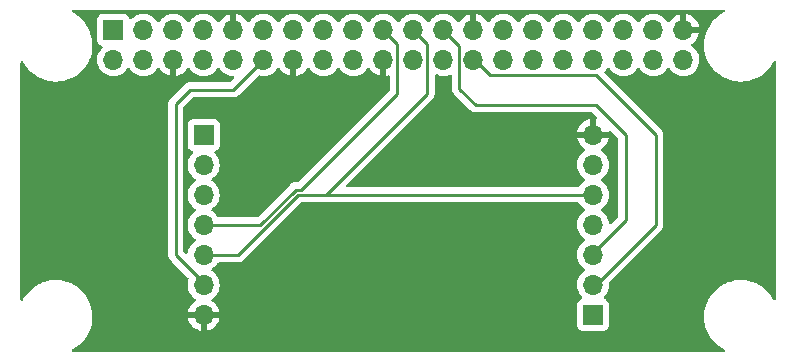
<source format=gbr>
G04 #@! TF.GenerationSoftware,KiCad,Pcbnew,(6.0.4)*
G04 #@! TF.CreationDate,2022-04-30T09:59:48+01:00*
G04 #@! TF.ProjectId,ANI_mirror_mask,414e495f-6d69-4727-926f-725f6d61736b,1.0*
G04 #@! TF.SameCoordinates,Original*
G04 #@! TF.FileFunction,Copper,L2,Bot*
G04 #@! TF.FilePolarity,Positive*
%FSLAX46Y46*%
G04 Gerber Fmt 4.6, Leading zero omitted, Abs format (unit mm)*
G04 Created by KiCad (PCBNEW (6.0.4)) date 2022-04-30 09:59:48*
%MOMM*%
%LPD*%
G01*
G04 APERTURE LIST*
G04 #@! TA.AperFunction,ComponentPad*
%ADD10R,1.700000X1.700000*%
G04 #@! TD*
G04 #@! TA.AperFunction,ComponentPad*
%ADD11O,1.700000X1.700000*%
G04 #@! TD*
G04 #@! TA.AperFunction,Conductor*
%ADD12C,0.250000*%
G04 #@! TD*
G04 APERTURE END LIST*
D10*
X133547000Y-102188000D03*
D11*
X133547000Y-104728000D03*
X133547000Y-107268000D03*
X133547000Y-109808000D03*
X133547000Y-112348000D03*
X133547000Y-114888000D03*
X133547000Y-117428000D03*
X166517000Y-102188000D03*
X166517000Y-104728000D03*
X166517000Y-107268000D03*
X166517000Y-109808000D03*
X166517000Y-112348000D03*
X166517000Y-114888000D03*
D10*
X166517000Y-117428000D03*
X125902000Y-93293000D03*
D11*
X125902000Y-95833000D03*
X128442000Y-93293000D03*
X128442000Y-95833000D03*
X130982000Y-93293000D03*
X130982000Y-95833000D03*
X133522000Y-93293000D03*
X133522000Y-95833000D03*
X136062000Y-93293000D03*
X136062000Y-95833000D03*
X138602000Y-93293000D03*
X138602000Y-95833000D03*
X141142000Y-93293000D03*
X141142000Y-95833000D03*
X143682000Y-93293000D03*
X143682000Y-95833000D03*
X146222000Y-93293000D03*
X146222000Y-95833000D03*
X148762000Y-93293000D03*
X148762000Y-95833000D03*
X151302000Y-93293000D03*
X151302000Y-95833000D03*
X153842000Y-93293000D03*
X153842000Y-95833000D03*
X156382000Y-93293000D03*
X156382000Y-95833000D03*
X158922000Y-93293000D03*
X158922000Y-95833000D03*
X161462000Y-93293000D03*
X161462000Y-95833000D03*
X164002000Y-93293000D03*
X164002000Y-95833000D03*
X166542000Y-93293000D03*
X166542000Y-95833000D03*
X169082000Y-93293000D03*
X169082000Y-95833000D03*
X171622000Y-93293000D03*
X171622000Y-95833000D03*
X174162000Y-93293000D03*
X174162000Y-95833000D03*
D12*
X131217000Y-112348000D02*
X133757000Y-114888000D01*
X131192000Y-112348000D02*
X131217000Y-112348000D01*
X131192000Y-99553489D02*
X131192000Y-112348000D01*
X132372489Y-98373000D02*
X131192000Y-99553489D01*
X138602000Y-95833000D02*
X136062000Y-98373000D01*
X136062000Y-98373000D02*
X132372489Y-98373000D01*
X152476511Y-98683489D02*
X143892000Y-107268000D01*
X152476511Y-94467511D02*
X151302000Y-93293000D01*
X152476511Y-98683489D02*
X152476511Y-94467511D01*
X149936511Y-94467511D02*
X148762000Y-93293000D01*
X149936511Y-98683489D02*
X149936511Y-94467511D01*
X138352292Y-109808000D02*
X141341813Y-106818480D01*
X141801520Y-106818480D02*
X149936511Y-98683489D01*
X133757000Y-109808000D02*
X138352292Y-109808000D01*
X141341813Y-106818480D02*
X141801520Y-106818480D01*
X169292000Y-102188000D02*
X169292000Y-109388000D01*
X166752000Y-99648000D02*
X169292000Y-102188000D01*
X156592000Y-99648000D02*
X166752000Y-99648000D01*
X155207489Y-94658489D02*
X155207489Y-98263489D01*
X169292000Y-109388000D02*
X166332000Y-112348000D01*
X153842000Y-93293000D02*
X155207489Y-94658489D01*
X155207489Y-98263489D02*
X156592000Y-99648000D01*
X171832000Y-102188000D02*
X171832000Y-109808000D01*
X171832000Y-109808000D02*
X166752000Y-114888000D01*
X166752000Y-97108000D02*
X171832000Y-102188000D01*
X157829538Y-97108000D02*
X166752000Y-97108000D01*
X156554538Y-95833000D02*
X157829538Y-97108000D01*
X156382000Y-95833000D02*
X156554538Y-95833000D01*
X133757000Y-112348000D02*
X136448010Y-112348000D01*
X166332000Y-107268000D02*
X141528010Y-107268000D01*
X136448010Y-112348000D02*
X141440005Y-107356005D01*
X141528010Y-107268000D02*
X141440005Y-107356005D01*
G04 #@! TA.AperFunction,Conductor*
G36*
X177613421Y-91596502D02*
G01*
X177659914Y-91650158D01*
X177670018Y-91720432D01*
X177640524Y-91785012D01*
X177606866Y-91812435D01*
X177366498Y-91947047D01*
X177366493Y-91947050D01*
X177363381Y-91948793D01*
X177360485Y-91950878D01*
X177360480Y-91950881D01*
X177225062Y-92048369D01*
X177077605Y-92154523D01*
X177074969Y-92156917D01*
X177074967Y-92156919D01*
X176897733Y-92317907D01*
X176816954Y-92391281D01*
X176795425Y-92415830D01*
X176620770Y-92614986D01*
X176584781Y-92656023D01*
X176384071Y-92945347D01*
X176382380Y-92948494D01*
X176382377Y-92948499D01*
X176333749Y-93039000D01*
X176217402Y-93255532D01*
X176086919Y-93582590D01*
X175994299Y-93922317D01*
X175993757Y-93925839D01*
X175941858Y-94263032D01*
X175940732Y-94270345D01*
X175940592Y-94273909D01*
X175928243Y-94588229D01*
X175926908Y-94622200D01*
X175953004Y-94973358D01*
X176018684Y-95319304D01*
X176123104Y-95655592D01*
X176124545Y-95658867D01*
X176186511Y-95799695D01*
X176264921Y-95977897D01*
X176442313Y-96282076D01*
X176652999Y-96564219D01*
X176655443Y-96566817D01*
X176655448Y-96566823D01*
X176884097Y-96809883D01*
X176894270Y-96820697D01*
X176960532Y-96876792D01*
X177086652Y-96983560D01*
X177163024Y-97048214D01*
X177165988Y-97050194D01*
X177165990Y-97050196D01*
X177448930Y-97239250D01*
X177455807Y-97243845D01*
X177458989Y-97245484D01*
X177458991Y-97245485D01*
X177765670Y-97403436D01*
X177765675Y-97403438D01*
X177768853Y-97405075D01*
X177772194Y-97406341D01*
X177772199Y-97406343D01*
X178003696Y-97494049D01*
X178098139Y-97529830D01*
X178101603Y-97530710D01*
X178101607Y-97530711D01*
X178435963Y-97615627D01*
X178435971Y-97615629D01*
X178439430Y-97616507D01*
X178605608Y-97639123D01*
X178785347Y-97663585D01*
X178785354Y-97663586D01*
X178788340Y-97663992D01*
X178903081Y-97668500D01*
X179121198Y-97668500D01*
X179262756Y-97660462D01*
X179379992Y-97653805D01*
X179379999Y-97653804D01*
X179383560Y-97653602D01*
X179530193Y-97628406D01*
X179727082Y-97594575D01*
X179727090Y-97594573D01*
X179730600Y-97593970D01*
X179734025Y-97592972D01*
X179734028Y-97592971D01*
X180065221Y-97496436D01*
X180068659Y-97495434D01*
X180393390Y-97359263D01*
X180596556Y-97245485D01*
X180697502Y-97188953D01*
X180697507Y-97188950D01*
X180700619Y-97187207D01*
X180703515Y-97185122D01*
X180703520Y-97185119D01*
X180877694Y-97059731D01*
X180986395Y-96981477D01*
X181018581Y-96952242D01*
X181244405Y-96747118D01*
X181244406Y-96747117D01*
X181247046Y-96744719D01*
X181427925Y-96538467D01*
X181476868Y-96482658D01*
X181476869Y-96482656D01*
X181479219Y-96479977D01*
X181498614Y-96452020D01*
X181583360Y-96329857D01*
X181679929Y-96190653D01*
X181786509Y-95992299D01*
X181836371Y-95941761D01*
X181905641Y-95926202D01*
X181972327Y-95950564D01*
X182015256Y-96007112D01*
X182023500Y-96051939D01*
X182023500Y-116076756D01*
X182003498Y-116144877D01*
X181949842Y-116191370D01*
X181879568Y-116201474D01*
X181814988Y-116171980D01*
X181788657Y-116140232D01*
X181691571Y-115973756D01*
X181621687Y-115853924D01*
X181411001Y-115571781D01*
X181408557Y-115569183D01*
X181408552Y-115569177D01*
X181172180Y-115317907D01*
X181172176Y-115317904D01*
X181169730Y-115315303D01*
X180979809Y-115154523D01*
X180903698Y-115090090D01*
X180903694Y-115090087D01*
X180900976Y-115087786D01*
X180706600Y-114957908D01*
X180611170Y-114894144D01*
X180611168Y-114894143D01*
X180608193Y-114892155D01*
X180600126Y-114888000D01*
X180298330Y-114732564D01*
X180298325Y-114732562D01*
X180295147Y-114730925D01*
X180291806Y-114729659D01*
X180291801Y-114729657D01*
X179969205Y-114607437D01*
X179969206Y-114607437D01*
X179965861Y-114606170D01*
X179962397Y-114605290D01*
X179962393Y-114605289D01*
X179628037Y-114520373D01*
X179628029Y-114520371D01*
X179624570Y-114519493D01*
X179452848Y-114496122D01*
X179278653Y-114472415D01*
X179278646Y-114472414D01*
X179275660Y-114472008D01*
X179160919Y-114467500D01*
X178942802Y-114467500D01*
X178801244Y-114475538D01*
X178684008Y-114482195D01*
X178684001Y-114482196D01*
X178680440Y-114482398D01*
X178542117Y-114506166D01*
X178336918Y-114541425D01*
X178336910Y-114541427D01*
X178333400Y-114542030D01*
X178329975Y-114543028D01*
X178329972Y-114543029D01*
X178116370Y-114605289D01*
X177995341Y-114640566D01*
X177992039Y-114641951D01*
X177992038Y-114641951D01*
X177923904Y-114670522D01*
X177670610Y-114776737D01*
X177540571Y-114849562D01*
X177366498Y-114947047D01*
X177366493Y-114947050D01*
X177363381Y-114948793D01*
X177360485Y-114950878D01*
X177360480Y-114950881D01*
X177213761Y-115056504D01*
X177077605Y-115154523D01*
X177074969Y-115156917D01*
X177074967Y-115156919D01*
X176897733Y-115317907D01*
X176816954Y-115391281D01*
X176814603Y-115393962D01*
X176646683Y-115585438D01*
X176584781Y-115656023D01*
X176384071Y-115945347D01*
X176382381Y-115948492D01*
X176382377Y-115948499D01*
X176283364Y-116132771D01*
X176217402Y-116255532D01*
X176086919Y-116582590D01*
X175994299Y-116922317D01*
X175993757Y-116925839D01*
X175956173Y-117170027D01*
X175940732Y-117270345D01*
X175940592Y-117273909D01*
X175931027Y-117517370D01*
X175926908Y-117622200D01*
X175953004Y-117973358D01*
X176018684Y-118319304D01*
X176019742Y-118322713D01*
X176019744Y-118322719D01*
X176037673Y-118380460D01*
X176123104Y-118655592D01*
X176124545Y-118658867D01*
X176157914Y-118734703D01*
X176264921Y-118977897D01*
X176442313Y-119282076D01*
X176652999Y-119564219D01*
X176655443Y-119566817D01*
X176655448Y-119566823D01*
X176891820Y-119818093D01*
X176894270Y-119820697D01*
X176896999Y-119823007D01*
X177086652Y-119983560D01*
X177163024Y-120048214D01*
X177165988Y-120050194D01*
X177165990Y-120050196D01*
X177367917Y-120185119D01*
X177455807Y-120243845D01*
X177458989Y-120245484D01*
X177458991Y-120245485D01*
X177606552Y-120321484D01*
X177657954Y-120370457D01*
X177674720Y-120439446D01*
X177651525Y-120506547D01*
X177595736Y-120550456D01*
X177548860Y-120559500D01*
X122518700Y-120559500D01*
X122450579Y-120539498D01*
X122404086Y-120485842D01*
X122393982Y-120415568D01*
X122423476Y-120350988D01*
X122457134Y-120323565D01*
X122697502Y-120188953D01*
X122697507Y-120188950D01*
X122700619Y-120187207D01*
X122703515Y-120185122D01*
X122703520Y-120185119D01*
X122850239Y-120079496D01*
X122986395Y-119981477D01*
X123160858Y-119823007D01*
X123244405Y-119747118D01*
X123244406Y-119747117D01*
X123247046Y-119744719D01*
X123479219Y-119479977D01*
X123679929Y-119190653D01*
X123846598Y-118880468D01*
X123977081Y-118553410D01*
X124069701Y-118213683D01*
X124095388Y-118046794D01*
X124122726Y-117869178D01*
X124122726Y-117869174D01*
X124123268Y-117865655D01*
X124129935Y-117695966D01*
X132215257Y-117695966D01*
X132245565Y-117830446D01*
X132248645Y-117840275D01*
X132328770Y-118037603D01*
X132333413Y-118046794D01*
X132444694Y-118228388D01*
X132450777Y-118236699D01*
X132590213Y-118397667D01*
X132597580Y-118404883D01*
X132761434Y-118540916D01*
X132769881Y-118546831D01*
X132953756Y-118654279D01*
X132963042Y-118658729D01*
X133162001Y-118734703D01*
X133171899Y-118737579D01*
X133275250Y-118758606D01*
X133289299Y-118757410D01*
X133293000Y-118747065D01*
X133293000Y-118746517D01*
X133801000Y-118746517D01*
X133805064Y-118760359D01*
X133818478Y-118762393D01*
X133825184Y-118761534D01*
X133835262Y-118759392D01*
X134039255Y-118698191D01*
X134048842Y-118694433D01*
X134240095Y-118600739D01*
X134248945Y-118595464D01*
X134422328Y-118471792D01*
X134430200Y-118465139D01*
X134581052Y-118314812D01*
X134587730Y-118306965D01*
X134712003Y-118134020D01*
X134717313Y-118125183D01*
X134811670Y-117934267D01*
X134815469Y-117924672D01*
X134877377Y-117720910D01*
X134879555Y-117710837D01*
X134880986Y-117699962D01*
X134878775Y-117685778D01*
X134865617Y-117682000D01*
X133819115Y-117682000D01*
X133803876Y-117686475D01*
X133802671Y-117687865D01*
X133801000Y-117695548D01*
X133801000Y-118746517D01*
X133293000Y-118746517D01*
X133293000Y-117700115D01*
X133288525Y-117684876D01*
X133287135Y-117683671D01*
X133279452Y-117682000D01*
X132230225Y-117682000D01*
X132216694Y-117685973D01*
X132215257Y-117695966D01*
X124129935Y-117695966D01*
X124132833Y-117622200D01*
X124136952Y-117517370D01*
X124136952Y-117517365D01*
X124137092Y-117513800D01*
X124110996Y-117162642D01*
X124045316Y-116816696D01*
X124036659Y-116788814D01*
X123970183Y-116574727D01*
X123940896Y-116480408D01*
X123849435Y-116272546D01*
X123800522Y-116161382D01*
X123800520Y-116161379D01*
X123799079Y-116158103D01*
X123621687Y-115853924D01*
X123411001Y-115571781D01*
X123408557Y-115569183D01*
X123408552Y-115569177D01*
X123172180Y-115317907D01*
X123172176Y-115317904D01*
X123169730Y-115315303D01*
X122979809Y-115154523D01*
X122903698Y-115090090D01*
X122903694Y-115090087D01*
X122900976Y-115087786D01*
X122706600Y-114957908D01*
X122611170Y-114894144D01*
X122611168Y-114894143D01*
X122608193Y-114892155D01*
X122600126Y-114888000D01*
X122298330Y-114732564D01*
X122298325Y-114732562D01*
X122295147Y-114730925D01*
X122291806Y-114729659D01*
X122291801Y-114729657D01*
X121969205Y-114607437D01*
X121969206Y-114607437D01*
X121965861Y-114606170D01*
X121962397Y-114605290D01*
X121962393Y-114605289D01*
X121628037Y-114520373D01*
X121628029Y-114520371D01*
X121624570Y-114519493D01*
X121452848Y-114496122D01*
X121278653Y-114472415D01*
X121278646Y-114472414D01*
X121275660Y-114472008D01*
X121160919Y-114467500D01*
X120942802Y-114467500D01*
X120801244Y-114475538D01*
X120684008Y-114482195D01*
X120684001Y-114482196D01*
X120680440Y-114482398D01*
X120542117Y-114506166D01*
X120336918Y-114541425D01*
X120336910Y-114541427D01*
X120333400Y-114542030D01*
X120329975Y-114543028D01*
X120329972Y-114543029D01*
X120116370Y-114605289D01*
X119995341Y-114640566D01*
X119992039Y-114641951D01*
X119992038Y-114641951D01*
X119923904Y-114670522D01*
X119670610Y-114776737D01*
X119540571Y-114849562D01*
X119366498Y-114947047D01*
X119366493Y-114947050D01*
X119363381Y-114948793D01*
X119360485Y-114950878D01*
X119360480Y-114950881D01*
X119213761Y-115056504D01*
X119077605Y-115154523D01*
X119074969Y-115156917D01*
X119074967Y-115156919D01*
X118897733Y-115317907D01*
X118816954Y-115391281D01*
X118814603Y-115393962D01*
X118646683Y-115585438D01*
X118584781Y-115656023D01*
X118384071Y-115945347D01*
X118382382Y-115948490D01*
X118382381Y-115948492D01*
X118277492Y-116143700D01*
X118227629Y-116194239D01*
X118158359Y-116209798D01*
X118091673Y-116185436D01*
X118048744Y-116128888D01*
X118040500Y-116084061D01*
X118040500Y-96059244D01*
X118060502Y-95991123D01*
X118114158Y-95944630D01*
X118184432Y-95934526D01*
X118249012Y-95964020D01*
X118275343Y-95995768D01*
X118442313Y-96282076D01*
X118652999Y-96564219D01*
X118655443Y-96566817D01*
X118655448Y-96566823D01*
X118884097Y-96809883D01*
X118894270Y-96820697D01*
X118960532Y-96876792D01*
X119086652Y-96983560D01*
X119163024Y-97048214D01*
X119165988Y-97050194D01*
X119165990Y-97050196D01*
X119448930Y-97239250D01*
X119455807Y-97243845D01*
X119458989Y-97245484D01*
X119458991Y-97245485D01*
X119765670Y-97403436D01*
X119765675Y-97403438D01*
X119768853Y-97405075D01*
X119772194Y-97406341D01*
X119772199Y-97406343D01*
X120003696Y-97494049D01*
X120098139Y-97529830D01*
X120101603Y-97530710D01*
X120101607Y-97530711D01*
X120435963Y-97615627D01*
X120435971Y-97615629D01*
X120439430Y-97616507D01*
X120605608Y-97639123D01*
X120785347Y-97663585D01*
X120785354Y-97663586D01*
X120788340Y-97663992D01*
X120903081Y-97668500D01*
X121121198Y-97668500D01*
X121262756Y-97660462D01*
X121379992Y-97653805D01*
X121379999Y-97653804D01*
X121383560Y-97653602D01*
X121530193Y-97628406D01*
X121727082Y-97594575D01*
X121727090Y-97594573D01*
X121730600Y-97593970D01*
X121734025Y-97592972D01*
X121734028Y-97592971D01*
X122065221Y-97496436D01*
X122068659Y-97495434D01*
X122393390Y-97359263D01*
X122596556Y-97245485D01*
X122697502Y-97188953D01*
X122697507Y-97188950D01*
X122700619Y-97187207D01*
X122703515Y-97185122D01*
X122703520Y-97185119D01*
X122877694Y-97059731D01*
X122986395Y-96981477D01*
X123018581Y-96952242D01*
X123244405Y-96747118D01*
X123244406Y-96747117D01*
X123247046Y-96744719D01*
X123427925Y-96538467D01*
X123476868Y-96482658D01*
X123476869Y-96482656D01*
X123479219Y-96479977D01*
X123498614Y-96452020D01*
X123583360Y-96329857D01*
X123679929Y-96190653D01*
X123720075Y-96115939D01*
X123822024Y-95926202D01*
X123846598Y-95880468D01*
X123878823Y-95799695D01*
X124539251Y-95799695D01*
X124539548Y-95804848D01*
X124539548Y-95804851D01*
X124545011Y-95899590D01*
X124552110Y-96022715D01*
X124553247Y-96027761D01*
X124553248Y-96027767D01*
X124558696Y-96051939D01*
X124601222Y-96240639D01*
X124685266Y-96447616D01*
X124726133Y-96514305D01*
X124799291Y-96633688D01*
X124801987Y-96638088D01*
X124948250Y-96806938D01*
X125120126Y-96949632D01*
X125313000Y-97062338D01*
X125521692Y-97142030D01*
X125526760Y-97143061D01*
X125526763Y-97143062D01*
X125621862Y-97162410D01*
X125740597Y-97186567D01*
X125745772Y-97186757D01*
X125745774Y-97186757D01*
X125958673Y-97194564D01*
X125958677Y-97194564D01*
X125963837Y-97194753D01*
X125968957Y-97194097D01*
X125968959Y-97194097D01*
X126180288Y-97167025D01*
X126180289Y-97167025D01*
X126185416Y-97166368D01*
X126190376Y-97164880D01*
X126394429Y-97103661D01*
X126394434Y-97103659D01*
X126399384Y-97102174D01*
X126599994Y-97003896D01*
X126781860Y-96874173D01*
X126940096Y-96716489D01*
X126999594Y-96633689D01*
X127070453Y-96535077D01*
X127071776Y-96536028D01*
X127118645Y-96492857D01*
X127188580Y-96480625D01*
X127254026Y-96508144D01*
X127281875Y-96539994D01*
X127296720Y-96564219D01*
X127341987Y-96638088D01*
X127488250Y-96806938D01*
X127660126Y-96949632D01*
X127853000Y-97062338D01*
X128061692Y-97142030D01*
X128066760Y-97143061D01*
X128066763Y-97143062D01*
X128161862Y-97162410D01*
X128280597Y-97186567D01*
X128285772Y-97186757D01*
X128285774Y-97186757D01*
X128498673Y-97194564D01*
X128498677Y-97194564D01*
X128503837Y-97194753D01*
X128508957Y-97194097D01*
X128508959Y-97194097D01*
X128720288Y-97167025D01*
X128720289Y-97167025D01*
X128725416Y-97166368D01*
X128730376Y-97164880D01*
X128934429Y-97103661D01*
X128934434Y-97103659D01*
X128939384Y-97102174D01*
X129139994Y-97003896D01*
X129321860Y-96874173D01*
X129480096Y-96716489D01*
X129539594Y-96633689D01*
X129610453Y-96535077D01*
X129611640Y-96535930D01*
X129658960Y-96492362D01*
X129728897Y-96480145D01*
X129794338Y-96507678D01*
X129822166Y-96539511D01*
X129879694Y-96633388D01*
X129885777Y-96641699D01*
X130025213Y-96802667D01*
X130032580Y-96809883D01*
X130196434Y-96945916D01*
X130204881Y-96951831D01*
X130388756Y-97059279D01*
X130398042Y-97063729D01*
X130597001Y-97139703D01*
X130606899Y-97142579D01*
X130710250Y-97163606D01*
X130724299Y-97162410D01*
X130728000Y-97152065D01*
X130728000Y-95705000D01*
X130748002Y-95636879D01*
X130801658Y-95590386D01*
X130854000Y-95579000D01*
X131110000Y-95579000D01*
X131178121Y-95599002D01*
X131224614Y-95652658D01*
X131236000Y-95705000D01*
X131236000Y-97151517D01*
X131240064Y-97165359D01*
X131253478Y-97167393D01*
X131260184Y-97166534D01*
X131270262Y-97164392D01*
X131474255Y-97103191D01*
X131483842Y-97099433D01*
X131675095Y-97005739D01*
X131683945Y-97000464D01*
X131857328Y-96876792D01*
X131865200Y-96870139D01*
X132016052Y-96719812D01*
X132022730Y-96711965D01*
X132150022Y-96534819D01*
X132151279Y-96535722D01*
X132198373Y-96492362D01*
X132268311Y-96480145D01*
X132333751Y-96507678D01*
X132361579Y-96539511D01*
X132376720Y-96564219D01*
X132421987Y-96638088D01*
X132568250Y-96806938D01*
X132740126Y-96949632D01*
X132933000Y-97062338D01*
X133141692Y-97142030D01*
X133146760Y-97143061D01*
X133146763Y-97143062D01*
X133241862Y-97162410D01*
X133360597Y-97186567D01*
X133365772Y-97186757D01*
X133365774Y-97186757D01*
X133578673Y-97194564D01*
X133578677Y-97194564D01*
X133583837Y-97194753D01*
X133588957Y-97194097D01*
X133588959Y-97194097D01*
X133800288Y-97167025D01*
X133800289Y-97167025D01*
X133805416Y-97166368D01*
X133810376Y-97164880D01*
X134014429Y-97103661D01*
X134014434Y-97103659D01*
X134019384Y-97102174D01*
X134219994Y-97003896D01*
X134401860Y-96874173D01*
X134560096Y-96716489D01*
X134619594Y-96633689D01*
X134690453Y-96535077D01*
X134691776Y-96536028D01*
X134738645Y-96492857D01*
X134808580Y-96480625D01*
X134874026Y-96508144D01*
X134901875Y-96539994D01*
X134916720Y-96564219D01*
X134961987Y-96638088D01*
X135108250Y-96806938D01*
X135280126Y-96949632D01*
X135473000Y-97062338D01*
X135681692Y-97142030D01*
X135686760Y-97143061D01*
X135686763Y-97143062D01*
X135781862Y-97162410D01*
X135900597Y-97186567D01*
X135905771Y-97186757D01*
X135905773Y-97186757D01*
X135965665Y-97188953D01*
X136047649Y-97191959D01*
X136114990Y-97214443D01*
X136159486Y-97269767D01*
X136167008Y-97340364D01*
X136132126Y-97406969D01*
X135836500Y-97702595D01*
X135774188Y-97736621D01*
X135747405Y-97739500D01*
X132451257Y-97739500D01*
X132440074Y-97738973D01*
X132432581Y-97737298D01*
X132424655Y-97737547D01*
X132424654Y-97737547D01*
X132364491Y-97739438D01*
X132360533Y-97739500D01*
X132332633Y-97739500D01*
X132328643Y-97740004D01*
X132316809Y-97740936D01*
X132272600Y-97742326D01*
X132264984Y-97744539D01*
X132264982Y-97744539D01*
X132253141Y-97747979D01*
X132233782Y-97751988D01*
X132232472Y-97752154D01*
X132213692Y-97754526D01*
X132206326Y-97757442D01*
X132206320Y-97757444D01*
X132172587Y-97770800D01*
X132161357Y-97774645D01*
X132148415Y-97778405D01*
X132118896Y-97786981D01*
X132112073Y-97791016D01*
X132101455Y-97797295D01*
X132083702Y-97805992D01*
X132076057Y-97809019D01*
X132064872Y-97813448D01*
X132058457Y-97818109D01*
X132029101Y-97839437D01*
X132019184Y-97845951D01*
X131981127Y-97868458D01*
X131966806Y-97882779D01*
X131951773Y-97895619D01*
X131935382Y-97907528D01*
X131930331Y-97913634D01*
X131907191Y-97941605D01*
X131899201Y-97950384D01*
X130799747Y-99049837D01*
X130791461Y-99057377D01*
X130784982Y-99061489D01*
X130779557Y-99067266D01*
X130738357Y-99111140D01*
X130735602Y-99113982D01*
X130715865Y-99133719D01*
X130713385Y-99136916D01*
X130705682Y-99145936D01*
X130675414Y-99178168D01*
X130671595Y-99185114D01*
X130671593Y-99185117D01*
X130665652Y-99195923D01*
X130654801Y-99212442D01*
X130642386Y-99228448D01*
X130639241Y-99235717D01*
X130639238Y-99235721D01*
X130624826Y-99269026D01*
X130619609Y-99279676D01*
X130598305Y-99318429D01*
X130596334Y-99326104D01*
X130596334Y-99326105D01*
X130593267Y-99338051D01*
X130586863Y-99356755D01*
X130578819Y-99375344D01*
X130577580Y-99383167D01*
X130577577Y-99383177D01*
X130571901Y-99419013D01*
X130569495Y-99430633D01*
X130558500Y-99473459D01*
X130558500Y-99493713D01*
X130556949Y-99513423D01*
X130553780Y-99533432D01*
X130554526Y-99541324D01*
X130557941Y-99577450D01*
X130558500Y-99589308D01*
X130558500Y-112276207D01*
X130556268Y-112299816D01*
X130554725Y-112307906D01*
X130557459Y-112351365D01*
X130558251Y-112363951D01*
X130558500Y-112371862D01*
X130558500Y-112387856D01*
X130560506Y-112403730D01*
X130561248Y-112411590D01*
X130564775Y-112467650D01*
X130567225Y-112475191D01*
X130567321Y-112475487D01*
X130572494Y-112498631D01*
X130572532Y-112498935D01*
X130572533Y-112498940D01*
X130573526Y-112506797D01*
X130576442Y-112514162D01*
X130576443Y-112514166D01*
X130594199Y-112559011D01*
X130596871Y-112566430D01*
X130614236Y-112619875D01*
X130618486Y-112626571D01*
X130618486Y-112626572D01*
X130618650Y-112626831D01*
X130629415Y-112647958D01*
X130629529Y-112648246D01*
X130629532Y-112648251D01*
X130632448Y-112655617D01*
X130637104Y-112662025D01*
X130637107Y-112662031D01*
X130665458Y-112701052D01*
X130669901Y-112707589D01*
X130700000Y-112755018D01*
X130705778Y-112760444D01*
X130705779Y-112760445D01*
X130706007Y-112760659D01*
X130721688Y-112778446D01*
X130726528Y-112785107D01*
X130732637Y-112790161D01*
X130732638Y-112790162D01*
X130769796Y-112820903D01*
X130775730Y-112826134D01*
X130810898Y-112859158D01*
X130810901Y-112859160D01*
X130816679Y-112864586D01*
X130823903Y-112868558D01*
X130843506Y-112881881D01*
X130843746Y-112882079D01*
X130849856Y-112887133D01*
X130857027Y-112890508D01*
X130863282Y-112894477D01*
X130884864Y-112911768D01*
X132244321Y-114271225D01*
X132278347Y-114333537D01*
X132273282Y-114404352D01*
X132270128Y-114411903D01*
X132269870Y-114412604D01*
X132267688Y-114417305D01*
X132207989Y-114632570D01*
X132184251Y-114854695D01*
X132184548Y-114859848D01*
X132184548Y-114859851D01*
X132190011Y-114954590D01*
X132197110Y-115077715D01*
X132198247Y-115082761D01*
X132198248Y-115082767D01*
X132218119Y-115170939D01*
X132246222Y-115295639D01*
X132330266Y-115502616D01*
X132372650Y-115571781D01*
X132424274Y-115656023D01*
X132446987Y-115693088D01*
X132593250Y-115861938D01*
X132765126Y-116004632D01*
X132826196Y-116040318D01*
X132838955Y-116047774D01*
X132887679Y-116099412D01*
X132900750Y-116169195D01*
X132874019Y-116234967D01*
X132833562Y-116268327D01*
X132825457Y-116272546D01*
X132816738Y-116278036D01*
X132646433Y-116405905D01*
X132638726Y-116412748D01*
X132491590Y-116566717D01*
X132485104Y-116574727D01*
X132365098Y-116750649D01*
X132360000Y-116759623D01*
X132270338Y-116952783D01*
X132266775Y-116962470D01*
X132211389Y-117162183D01*
X132212912Y-117170607D01*
X132225292Y-117174000D01*
X134865344Y-117174000D01*
X134878875Y-117170027D01*
X134880180Y-117160947D01*
X134838214Y-116993875D01*
X134834894Y-116984124D01*
X134749972Y-116788814D01*
X134745105Y-116779739D01*
X134629426Y-116600926D01*
X134623136Y-116592757D01*
X134479806Y-116435240D01*
X134472273Y-116428215D01*
X134305139Y-116296222D01*
X134296556Y-116290520D01*
X134259602Y-116270120D01*
X134209631Y-116219687D01*
X134194859Y-116150245D01*
X134219975Y-116083839D01*
X134247327Y-116057232D01*
X134271040Y-116040318D01*
X134426860Y-115929173D01*
X134585096Y-115771489D01*
X134644594Y-115688689D01*
X134712435Y-115594277D01*
X134715453Y-115590077D01*
X134723080Y-115574646D01*
X134812136Y-115394453D01*
X134812137Y-115394451D01*
X134814430Y-115389811D01*
X134879370Y-115176069D01*
X134908529Y-114954590D01*
X134910006Y-114894144D01*
X134910074Y-114891365D01*
X134910074Y-114891361D01*
X134910156Y-114888000D01*
X134891852Y-114665361D01*
X134837431Y-114448702D01*
X134748354Y-114243840D01*
X134627014Y-114056277D01*
X134476670Y-113891051D01*
X134472619Y-113887852D01*
X134472615Y-113887848D01*
X134305414Y-113755800D01*
X134305410Y-113755798D01*
X134301359Y-113752598D01*
X134260053Y-113729796D01*
X134210084Y-113679364D01*
X134195312Y-113609921D01*
X134220428Y-113543516D01*
X134247780Y-113516909D01*
X134291603Y-113485650D01*
X134426860Y-113389173D01*
X134585096Y-113231489D01*
X134644594Y-113148689D01*
X134712435Y-113054277D01*
X134715453Y-113050077D01*
X134717746Y-113045437D01*
X134719446Y-113042608D01*
X134771674Y-112994518D01*
X134827451Y-112981500D01*
X136369243Y-112981500D01*
X136380426Y-112982027D01*
X136387919Y-112983702D01*
X136395845Y-112983453D01*
X136395846Y-112983453D01*
X136455996Y-112981562D01*
X136459955Y-112981500D01*
X136487866Y-112981500D01*
X136491801Y-112981003D01*
X136491866Y-112980995D01*
X136503703Y-112980062D01*
X136535961Y-112979048D01*
X136539980Y-112978922D01*
X136547899Y-112978673D01*
X136567353Y-112973021D01*
X136586710Y-112969013D01*
X136598940Y-112967468D01*
X136598941Y-112967468D01*
X136606807Y-112966474D01*
X136614178Y-112963555D01*
X136614180Y-112963555D01*
X136647922Y-112950196D01*
X136659152Y-112946351D01*
X136693993Y-112936229D01*
X136693994Y-112936229D01*
X136701603Y-112934018D01*
X136708422Y-112929985D01*
X136708427Y-112929983D01*
X136719038Y-112923707D01*
X136736786Y-112915012D01*
X136755627Y-112907552D01*
X136773624Y-112894477D01*
X136791397Y-112881564D01*
X136801317Y-112875048D01*
X136832545Y-112856580D01*
X136832548Y-112856578D01*
X136839372Y-112852542D01*
X136853693Y-112838221D01*
X136868727Y-112825380D01*
X136878704Y-112818131D01*
X136885117Y-112813472D01*
X136913308Y-112779395D01*
X136921298Y-112770616D01*
X141753510Y-107938405D01*
X141815822Y-107904379D01*
X141842605Y-107901500D01*
X143813233Y-107901500D01*
X143824416Y-107902027D01*
X143831909Y-107903702D01*
X143839835Y-107903453D01*
X143839836Y-107903453D01*
X143899986Y-107901562D01*
X143903945Y-107901500D01*
X165241274Y-107901500D01*
X165309395Y-107921502D01*
X165348707Y-107961665D01*
X165416987Y-108073088D01*
X165563250Y-108241938D01*
X165735126Y-108384632D01*
X165805595Y-108425811D01*
X165808445Y-108427476D01*
X165857169Y-108479114D01*
X165870240Y-108548897D01*
X165843509Y-108614669D01*
X165803055Y-108648027D01*
X165790607Y-108654507D01*
X165786474Y-108657610D01*
X165786471Y-108657612D01*
X165762247Y-108675800D01*
X165611965Y-108788635D01*
X165457629Y-108950138D01*
X165331743Y-109134680D01*
X165237688Y-109337305D01*
X165177989Y-109552570D01*
X165154251Y-109774695D01*
X165154548Y-109779848D01*
X165154548Y-109779851D01*
X165162068Y-109910263D01*
X165167110Y-109997715D01*
X165168247Y-110002761D01*
X165168248Y-110002767D01*
X165172907Y-110023438D01*
X165216222Y-110215639D01*
X165300266Y-110422616D01*
X165416987Y-110613088D01*
X165563250Y-110781938D01*
X165735126Y-110924632D01*
X165805595Y-110965811D01*
X165808445Y-110967476D01*
X165857169Y-111019114D01*
X165870240Y-111088897D01*
X165843509Y-111154669D01*
X165803055Y-111188027D01*
X165790607Y-111194507D01*
X165786474Y-111197610D01*
X165786471Y-111197612D01*
X165762247Y-111215800D01*
X165611965Y-111328635D01*
X165457629Y-111490138D01*
X165331743Y-111674680D01*
X165237688Y-111877305D01*
X165177989Y-112092570D01*
X165154251Y-112314695D01*
X165154548Y-112319848D01*
X165154548Y-112319851D01*
X165159838Y-112411598D01*
X165167110Y-112537715D01*
X165168247Y-112542761D01*
X165168248Y-112542767D01*
X165183927Y-112612339D01*
X165216222Y-112755639D01*
X165267483Y-112881881D01*
X165293662Y-112946351D01*
X165300266Y-112962616D01*
X165319816Y-112994518D01*
X165372513Y-113080512D01*
X165416987Y-113153088D01*
X165563250Y-113321938D01*
X165735126Y-113464632D01*
X165784540Y-113493507D01*
X165808445Y-113507476D01*
X165857169Y-113559114D01*
X165870240Y-113628897D01*
X165843509Y-113694669D01*
X165803055Y-113728027D01*
X165790607Y-113734507D01*
X165786474Y-113737610D01*
X165786471Y-113737612D01*
X165762247Y-113755800D01*
X165611965Y-113868635D01*
X165457629Y-114030138D01*
X165331743Y-114214680D01*
X165316003Y-114248590D01*
X165240196Y-114411903D01*
X165237688Y-114417305D01*
X165177989Y-114632570D01*
X165154251Y-114854695D01*
X165154548Y-114859848D01*
X165154548Y-114859851D01*
X165160011Y-114954590D01*
X165167110Y-115077715D01*
X165168247Y-115082761D01*
X165168248Y-115082767D01*
X165188119Y-115170939D01*
X165216222Y-115295639D01*
X165300266Y-115502616D01*
X165342650Y-115571781D01*
X165394274Y-115656023D01*
X165416987Y-115693088D01*
X165563250Y-115861938D01*
X165567230Y-115865242D01*
X165571981Y-115869187D01*
X165611616Y-115928090D01*
X165613113Y-115999071D01*
X165575997Y-116059593D01*
X165535724Y-116084112D01*
X165420295Y-116127385D01*
X165303739Y-116214739D01*
X165216385Y-116331295D01*
X165165255Y-116467684D01*
X165158500Y-116529866D01*
X165158500Y-118326134D01*
X165165255Y-118388316D01*
X165216385Y-118524705D01*
X165303739Y-118641261D01*
X165420295Y-118728615D01*
X165556684Y-118779745D01*
X165618866Y-118786500D01*
X167415134Y-118786500D01*
X167477316Y-118779745D01*
X167613705Y-118728615D01*
X167730261Y-118641261D01*
X167817615Y-118524705D01*
X167868745Y-118388316D01*
X167875500Y-118326134D01*
X167875500Y-116529866D01*
X167868745Y-116467684D01*
X167817615Y-116331295D01*
X167730261Y-116214739D01*
X167613705Y-116127385D01*
X167586905Y-116117338D01*
X167495203Y-116082960D01*
X167438439Y-116040318D01*
X167413739Y-115973756D01*
X167428947Y-115904408D01*
X167450493Y-115875727D01*
X167468251Y-115858031D01*
X167555096Y-115771489D01*
X167614594Y-115688689D01*
X167682435Y-115594277D01*
X167685453Y-115590077D01*
X167693080Y-115574646D01*
X167782136Y-115394453D01*
X167782137Y-115394451D01*
X167784430Y-115389811D01*
X167849370Y-115176069D01*
X167878529Y-114954590D01*
X167880006Y-114894144D01*
X167880074Y-114891365D01*
X167880074Y-114891361D01*
X167880156Y-114888000D01*
X167867293Y-114731548D01*
X167881646Y-114662019D01*
X167903774Y-114632130D01*
X170049092Y-112486813D01*
X172224253Y-110311652D01*
X172232539Y-110304112D01*
X172239018Y-110300000D01*
X172285644Y-110250348D01*
X172288398Y-110247507D01*
X172308135Y-110227770D01*
X172310615Y-110224573D01*
X172318320Y-110215551D01*
X172343159Y-110189100D01*
X172348586Y-110183321D01*
X172352405Y-110176375D01*
X172352407Y-110176372D01*
X172358348Y-110165566D01*
X172369199Y-110149047D01*
X172376758Y-110139301D01*
X172381614Y-110133041D01*
X172384759Y-110125772D01*
X172384762Y-110125768D01*
X172399174Y-110092463D01*
X172404391Y-110081813D01*
X172425695Y-110043060D01*
X172430733Y-110023437D01*
X172437137Y-110004734D01*
X172442033Y-109993420D01*
X172442033Y-109993419D01*
X172445181Y-109986145D01*
X172446420Y-109978322D01*
X172446423Y-109978312D01*
X172452099Y-109942476D01*
X172454505Y-109930856D01*
X172463528Y-109895711D01*
X172463528Y-109895710D01*
X172465500Y-109888030D01*
X172465500Y-109867776D01*
X172467051Y-109848065D01*
X172468980Y-109835886D01*
X172470220Y-109828057D01*
X172466059Y-109784038D01*
X172465500Y-109772181D01*
X172465500Y-102266767D01*
X172466027Y-102255584D01*
X172467702Y-102248091D01*
X172465562Y-102180000D01*
X172465500Y-102176043D01*
X172465500Y-102148144D01*
X172464996Y-102144153D01*
X172464063Y-102132311D01*
X172464063Y-102132292D01*
X172462674Y-102088111D01*
X172460461Y-102080493D01*
X172460461Y-102080492D01*
X172457023Y-102068659D01*
X172453012Y-102049295D01*
X172451467Y-102037064D01*
X172450474Y-102029203D01*
X172447557Y-102021836D01*
X172447556Y-102021831D01*
X172434198Y-101988092D01*
X172430354Y-101976865D01*
X172420230Y-101942022D01*
X172418018Y-101934407D01*
X172407707Y-101916972D01*
X172399012Y-101899224D01*
X172391552Y-101880383D01*
X172377986Y-101861710D01*
X172365564Y-101844613D01*
X172359048Y-101834693D01*
X172340580Y-101803465D01*
X172340578Y-101803462D01*
X172336542Y-101796638D01*
X172322221Y-101782317D01*
X172309380Y-101767283D01*
X172302131Y-101757306D01*
X172297472Y-101750893D01*
X172263395Y-101722702D01*
X172254616Y-101714712D01*
X167506859Y-96966954D01*
X167472833Y-96904642D01*
X167477898Y-96833827D01*
X167507014Y-96788608D01*
X167576057Y-96719805D01*
X167582730Y-96711965D01*
X167710022Y-96534819D01*
X167711279Y-96535722D01*
X167758373Y-96492362D01*
X167828311Y-96480145D01*
X167893751Y-96507678D01*
X167921579Y-96539511D01*
X167936720Y-96564219D01*
X167981987Y-96638088D01*
X168128250Y-96806938D01*
X168300126Y-96949632D01*
X168493000Y-97062338D01*
X168701692Y-97142030D01*
X168706760Y-97143061D01*
X168706763Y-97143062D01*
X168801862Y-97162410D01*
X168920597Y-97186567D01*
X168925772Y-97186757D01*
X168925774Y-97186757D01*
X169138673Y-97194564D01*
X169138677Y-97194564D01*
X169143837Y-97194753D01*
X169148957Y-97194097D01*
X169148959Y-97194097D01*
X169360288Y-97167025D01*
X169360289Y-97167025D01*
X169365416Y-97166368D01*
X169370376Y-97164880D01*
X169574429Y-97103661D01*
X169574434Y-97103659D01*
X169579384Y-97102174D01*
X169779994Y-97003896D01*
X169961860Y-96874173D01*
X170120096Y-96716489D01*
X170179594Y-96633689D01*
X170250453Y-96535077D01*
X170251776Y-96536028D01*
X170298645Y-96492857D01*
X170368580Y-96480625D01*
X170434026Y-96508144D01*
X170461875Y-96539994D01*
X170476720Y-96564219D01*
X170521987Y-96638088D01*
X170668250Y-96806938D01*
X170840126Y-96949632D01*
X171033000Y-97062338D01*
X171241692Y-97142030D01*
X171246760Y-97143061D01*
X171246763Y-97143062D01*
X171341862Y-97162410D01*
X171460597Y-97186567D01*
X171465772Y-97186757D01*
X171465774Y-97186757D01*
X171678673Y-97194564D01*
X171678677Y-97194564D01*
X171683837Y-97194753D01*
X171688957Y-97194097D01*
X171688959Y-97194097D01*
X171900288Y-97167025D01*
X171900289Y-97167025D01*
X171905416Y-97166368D01*
X171910376Y-97164880D01*
X172114429Y-97103661D01*
X172114434Y-97103659D01*
X172119384Y-97102174D01*
X172319994Y-97003896D01*
X172501860Y-96874173D01*
X172660096Y-96716489D01*
X172719594Y-96633689D01*
X172790453Y-96535077D01*
X172791776Y-96536028D01*
X172838645Y-96492857D01*
X172908580Y-96480625D01*
X172974026Y-96508144D01*
X173001875Y-96539994D01*
X173016720Y-96564219D01*
X173061987Y-96638088D01*
X173208250Y-96806938D01*
X173380126Y-96949632D01*
X173573000Y-97062338D01*
X173781692Y-97142030D01*
X173786760Y-97143061D01*
X173786763Y-97143062D01*
X173881862Y-97162410D01*
X174000597Y-97186567D01*
X174005772Y-97186757D01*
X174005774Y-97186757D01*
X174218673Y-97194564D01*
X174218677Y-97194564D01*
X174223837Y-97194753D01*
X174228957Y-97194097D01*
X174228959Y-97194097D01*
X174440288Y-97167025D01*
X174440289Y-97167025D01*
X174445416Y-97166368D01*
X174450376Y-97164880D01*
X174654429Y-97103661D01*
X174654434Y-97103659D01*
X174659384Y-97102174D01*
X174859994Y-97003896D01*
X175041860Y-96874173D01*
X175200096Y-96716489D01*
X175259594Y-96633689D01*
X175327435Y-96539277D01*
X175330453Y-96535077D01*
X175343995Y-96507678D01*
X175427136Y-96339453D01*
X175427137Y-96339451D01*
X175429430Y-96334811D01*
X175494370Y-96121069D01*
X175523529Y-95899590D01*
X175523996Y-95880468D01*
X175525074Y-95836365D01*
X175525074Y-95836361D01*
X175525156Y-95833000D01*
X175506852Y-95610361D01*
X175452431Y-95393702D01*
X175363354Y-95188840D01*
X175242014Y-95001277D01*
X175091670Y-94836051D01*
X175087619Y-94832852D01*
X175087615Y-94832848D01*
X174920414Y-94700800D01*
X174920410Y-94700798D01*
X174916359Y-94697598D01*
X174874569Y-94674529D01*
X174824598Y-94624097D01*
X174809826Y-94554654D01*
X174834942Y-94488248D01*
X174862294Y-94461641D01*
X175037328Y-94336792D01*
X175045200Y-94330139D01*
X175196052Y-94179812D01*
X175202730Y-94171965D01*
X175327003Y-93999020D01*
X175332313Y-93990183D01*
X175426670Y-93799267D01*
X175430469Y-93789672D01*
X175492377Y-93585910D01*
X175494555Y-93575837D01*
X175495986Y-93564962D01*
X175493775Y-93550778D01*
X175480617Y-93547000D01*
X174034000Y-93547000D01*
X173965879Y-93526998D01*
X173919386Y-93473342D01*
X173908000Y-93421000D01*
X173908000Y-93020885D01*
X174416000Y-93020885D01*
X174420475Y-93036124D01*
X174421865Y-93037329D01*
X174429548Y-93039000D01*
X175480344Y-93039000D01*
X175493875Y-93035027D01*
X175495180Y-93025947D01*
X175453214Y-92858875D01*
X175449894Y-92849124D01*
X175364972Y-92653814D01*
X175360105Y-92644739D01*
X175244426Y-92465926D01*
X175238136Y-92457757D01*
X175094806Y-92300240D01*
X175087273Y-92293215D01*
X174920139Y-92161222D01*
X174911552Y-92155517D01*
X174725117Y-92052599D01*
X174715705Y-92048369D01*
X174514959Y-91977280D01*
X174504988Y-91974646D01*
X174433837Y-91961972D01*
X174420540Y-91963432D01*
X174416000Y-91977989D01*
X174416000Y-93020885D01*
X173908000Y-93020885D01*
X173908000Y-91976102D01*
X173904082Y-91962758D01*
X173889806Y-91960771D01*
X173851324Y-91966660D01*
X173841288Y-91969051D01*
X173638868Y-92035212D01*
X173629359Y-92039209D01*
X173440463Y-92137542D01*
X173431738Y-92143036D01*
X173261433Y-92270905D01*
X173253726Y-92277748D01*
X173106590Y-92431717D01*
X173100109Y-92439722D01*
X172995498Y-92593074D01*
X172940587Y-92638076D01*
X172870062Y-92646247D01*
X172806315Y-92614993D01*
X172785618Y-92590509D01*
X172704822Y-92465617D01*
X172704820Y-92465614D01*
X172702014Y-92461277D01*
X172551670Y-92296051D01*
X172547619Y-92292852D01*
X172547615Y-92292848D01*
X172380414Y-92160800D01*
X172380410Y-92160798D01*
X172376359Y-92157598D01*
X172367016Y-92152440D01*
X172301785Y-92116431D01*
X172180789Y-92049638D01*
X172175920Y-92047914D01*
X172175916Y-92047912D01*
X171975087Y-91976795D01*
X171975083Y-91976794D01*
X171970212Y-91975069D01*
X171965119Y-91974162D01*
X171965116Y-91974161D01*
X171755373Y-91936800D01*
X171755367Y-91936799D01*
X171750284Y-91935894D01*
X171676452Y-91934992D01*
X171532081Y-91933228D01*
X171532079Y-91933228D01*
X171526911Y-91933165D01*
X171306091Y-91966955D01*
X171093756Y-92036357D01*
X171020757Y-92074358D01*
X170939936Y-92116431D01*
X170895607Y-92139507D01*
X170891474Y-92142610D01*
X170891471Y-92142612D01*
X170721100Y-92270530D01*
X170716965Y-92273635D01*
X170713393Y-92277373D01*
X170605729Y-92390037D01*
X170562629Y-92435138D01*
X170455201Y-92592621D01*
X170400293Y-92637621D01*
X170329768Y-92645792D01*
X170266021Y-92614538D01*
X170245324Y-92590054D01*
X170164822Y-92465617D01*
X170164820Y-92465614D01*
X170162014Y-92461277D01*
X170011670Y-92296051D01*
X170007619Y-92292852D01*
X170007615Y-92292848D01*
X169840414Y-92160800D01*
X169840410Y-92160798D01*
X169836359Y-92157598D01*
X169827016Y-92152440D01*
X169761785Y-92116431D01*
X169640789Y-92049638D01*
X169635920Y-92047914D01*
X169635916Y-92047912D01*
X169435087Y-91976795D01*
X169435083Y-91976794D01*
X169430212Y-91975069D01*
X169425119Y-91974162D01*
X169425116Y-91974161D01*
X169215373Y-91936800D01*
X169215367Y-91936799D01*
X169210284Y-91935894D01*
X169136452Y-91934992D01*
X168992081Y-91933228D01*
X168992079Y-91933228D01*
X168986911Y-91933165D01*
X168766091Y-91966955D01*
X168553756Y-92036357D01*
X168480757Y-92074358D01*
X168399936Y-92116431D01*
X168355607Y-92139507D01*
X168351474Y-92142610D01*
X168351471Y-92142612D01*
X168181100Y-92270530D01*
X168176965Y-92273635D01*
X168173393Y-92277373D01*
X168065729Y-92390037D01*
X168022629Y-92435138D01*
X167915201Y-92592621D01*
X167860293Y-92637621D01*
X167789768Y-92645792D01*
X167726021Y-92614538D01*
X167705324Y-92590054D01*
X167624822Y-92465617D01*
X167624820Y-92465614D01*
X167622014Y-92461277D01*
X167471670Y-92296051D01*
X167467619Y-92292852D01*
X167467615Y-92292848D01*
X167300414Y-92160800D01*
X167300410Y-92160798D01*
X167296359Y-92157598D01*
X167287016Y-92152440D01*
X167221785Y-92116431D01*
X167100789Y-92049638D01*
X167095920Y-92047914D01*
X167095916Y-92047912D01*
X166895087Y-91976795D01*
X166895083Y-91976794D01*
X166890212Y-91975069D01*
X166885119Y-91974162D01*
X166885116Y-91974161D01*
X166675373Y-91936800D01*
X166675367Y-91936799D01*
X166670284Y-91935894D01*
X166596452Y-91934992D01*
X166452081Y-91933228D01*
X166452079Y-91933228D01*
X166446911Y-91933165D01*
X166226091Y-91966955D01*
X166013756Y-92036357D01*
X165940757Y-92074358D01*
X165859936Y-92116431D01*
X165815607Y-92139507D01*
X165811474Y-92142610D01*
X165811471Y-92142612D01*
X165641100Y-92270530D01*
X165636965Y-92273635D01*
X165633393Y-92277373D01*
X165525729Y-92390037D01*
X165482629Y-92435138D01*
X165375201Y-92592621D01*
X165320293Y-92637621D01*
X165249768Y-92645792D01*
X165186021Y-92614538D01*
X165165324Y-92590054D01*
X165084822Y-92465617D01*
X165084820Y-92465614D01*
X165082014Y-92461277D01*
X164931670Y-92296051D01*
X164927619Y-92292852D01*
X164927615Y-92292848D01*
X164760414Y-92160800D01*
X164760410Y-92160798D01*
X164756359Y-92157598D01*
X164747016Y-92152440D01*
X164681785Y-92116431D01*
X164560789Y-92049638D01*
X164555920Y-92047914D01*
X164555916Y-92047912D01*
X164355087Y-91976795D01*
X164355083Y-91976794D01*
X164350212Y-91975069D01*
X164345119Y-91974162D01*
X164345116Y-91974161D01*
X164135373Y-91936800D01*
X164135367Y-91936799D01*
X164130284Y-91935894D01*
X164056452Y-91934992D01*
X163912081Y-91933228D01*
X163912079Y-91933228D01*
X163906911Y-91933165D01*
X163686091Y-91966955D01*
X163473756Y-92036357D01*
X163400757Y-92074358D01*
X163319936Y-92116431D01*
X163275607Y-92139507D01*
X163271474Y-92142610D01*
X163271471Y-92142612D01*
X163101100Y-92270530D01*
X163096965Y-92273635D01*
X163093393Y-92277373D01*
X162985729Y-92390037D01*
X162942629Y-92435138D01*
X162835201Y-92592621D01*
X162780293Y-92637621D01*
X162709768Y-92645792D01*
X162646021Y-92614538D01*
X162625324Y-92590054D01*
X162544822Y-92465617D01*
X162544820Y-92465614D01*
X162542014Y-92461277D01*
X162391670Y-92296051D01*
X162387619Y-92292852D01*
X162387615Y-92292848D01*
X162220414Y-92160800D01*
X162220410Y-92160798D01*
X162216359Y-92157598D01*
X162207016Y-92152440D01*
X162141785Y-92116431D01*
X162020789Y-92049638D01*
X162015920Y-92047914D01*
X162015916Y-92047912D01*
X161815087Y-91976795D01*
X161815083Y-91976794D01*
X161810212Y-91975069D01*
X161805119Y-91974162D01*
X161805116Y-91974161D01*
X161595373Y-91936800D01*
X161595367Y-91936799D01*
X161590284Y-91935894D01*
X161516452Y-91934992D01*
X161372081Y-91933228D01*
X161372079Y-91933228D01*
X161366911Y-91933165D01*
X161146091Y-91966955D01*
X160933756Y-92036357D01*
X160860757Y-92074358D01*
X160779936Y-92116431D01*
X160735607Y-92139507D01*
X160731474Y-92142610D01*
X160731471Y-92142612D01*
X160561100Y-92270530D01*
X160556965Y-92273635D01*
X160553393Y-92277373D01*
X160445729Y-92390037D01*
X160402629Y-92435138D01*
X160295201Y-92592621D01*
X160240293Y-92637621D01*
X160169768Y-92645792D01*
X160106021Y-92614538D01*
X160085324Y-92590054D01*
X160004822Y-92465617D01*
X160004820Y-92465614D01*
X160002014Y-92461277D01*
X159851670Y-92296051D01*
X159847619Y-92292852D01*
X159847615Y-92292848D01*
X159680414Y-92160800D01*
X159680410Y-92160798D01*
X159676359Y-92157598D01*
X159667016Y-92152440D01*
X159601785Y-92116431D01*
X159480789Y-92049638D01*
X159475920Y-92047914D01*
X159475916Y-92047912D01*
X159275087Y-91976795D01*
X159275083Y-91976794D01*
X159270212Y-91975069D01*
X159265119Y-91974162D01*
X159265116Y-91974161D01*
X159055373Y-91936800D01*
X159055367Y-91936799D01*
X159050284Y-91935894D01*
X158976452Y-91934992D01*
X158832081Y-91933228D01*
X158832079Y-91933228D01*
X158826911Y-91933165D01*
X158606091Y-91966955D01*
X158393756Y-92036357D01*
X158320757Y-92074358D01*
X158239936Y-92116431D01*
X158195607Y-92139507D01*
X158191474Y-92142610D01*
X158191471Y-92142612D01*
X158021100Y-92270530D01*
X158016965Y-92273635D01*
X158013393Y-92277373D01*
X157905729Y-92390037D01*
X157862629Y-92435138D01*
X157755204Y-92592618D01*
X157754898Y-92593066D01*
X157699987Y-92638069D01*
X157629462Y-92646240D01*
X157565715Y-92614986D01*
X157545018Y-92590502D01*
X157464426Y-92465926D01*
X157458136Y-92457757D01*
X157314806Y-92300240D01*
X157307273Y-92293215D01*
X157140139Y-92161222D01*
X157131552Y-92155517D01*
X156945117Y-92052599D01*
X156935705Y-92048369D01*
X156734959Y-91977280D01*
X156724988Y-91974646D01*
X156653837Y-91961972D01*
X156640540Y-91963432D01*
X156636000Y-91977989D01*
X156636000Y-93421000D01*
X156615998Y-93489121D01*
X156562342Y-93535614D01*
X156510000Y-93547000D01*
X156254000Y-93547000D01*
X156185879Y-93526998D01*
X156139386Y-93473342D01*
X156128000Y-93421000D01*
X156128000Y-91976102D01*
X156124082Y-91962758D01*
X156109806Y-91960771D01*
X156071324Y-91966660D01*
X156061288Y-91969051D01*
X155858868Y-92035212D01*
X155849359Y-92039209D01*
X155660463Y-92137542D01*
X155651738Y-92143036D01*
X155481433Y-92270905D01*
X155473726Y-92277748D01*
X155326590Y-92431717D01*
X155320109Y-92439722D01*
X155215498Y-92593074D01*
X155160587Y-92638076D01*
X155090062Y-92646247D01*
X155026315Y-92614993D01*
X155005618Y-92590509D01*
X154924822Y-92465617D01*
X154924820Y-92465614D01*
X154922014Y-92461277D01*
X154771670Y-92296051D01*
X154767619Y-92292852D01*
X154767615Y-92292848D01*
X154600414Y-92160800D01*
X154600410Y-92160798D01*
X154596359Y-92157598D01*
X154587016Y-92152440D01*
X154521785Y-92116431D01*
X154400789Y-92049638D01*
X154395920Y-92047914D01*
X154395916Y-92047912D01*
X154195087Y-91976795D01*
X154195083Y-91976794D01*
X154190212Y-91975069D01*
X154185119Y-91974162D01*
X154185116Y-91974161D01*
X153975373Y-91936800D01*
X153975367Y-91936799D01*
X153970284Y-91935894D01*
X153896452Y-91934992D01*
X153752081Y-91933228D01*
X153752079Y-91933228D01*
X153746911Y-91933165D01*
X153526091Y-91966955D01*
X153313756Y-92036357D01*
X153240757Y-92074358D01*
X153159936Y-92116431D01*
X153115607Y-92139507D01*
X153111474Y-92142610D01*
X153111471Y-92142612D01*
X152941100Y-92270530D01*
X152936965Y-92273635D01*
X152933393Y-92277373D01*
X152825729Y-92390037D01*
X152782629Y-92435138D01*
X152675201Y-92592621D01*
X152620293Y-92637621D01*
X152549768Y-92645792D01*
X152486021Y-92614538D01*
X152465324Y-92590054D01*
X152384822Y-92465617D01*
X152384820Y-92465614D01*
X152382014Y-92461277D01*
X152231670Y-92296051D01*
X152227619Y-92292852D01*
X152227615Y-92292848D01*
X152060414Y-92160800D01*
X152060410Y-92160798D01*
X152056359Y-92157598D01*
X152047016Y-92152440D01*
X151981785Y-92116431D01*
X151860789Y-92049638D01*
X151855920Y-92047914D01*
X151855916Y-92047912D01*
X151655087Y-91976795D01*
X151655083Y-91976794D01*
X151650212Y-91975069D01*
X151645119Y-91974162D01*
X151645116Y-91974161D01*
X151435373Y-91936800D01*
X151435367Y-91936799D01*
X151430284Y-91935894D01*
X151356452Y-91934992D01*
X151212081Y-91933228D01*
X151212079Y-91933228D01*
X151206911Y-91933165D01*
X150986091Y-91966955D01*
X150773756Y-92036357D01*
X150700757Y-92074358D01*
X150619936Y-92116431D01*
X150575607Y-92139507D01*
X150571474Y-92142610D01*
X150571471Y-92142612D01*
X150401100Y-92270530D01*
X150396965Y-92273635D01*
X150393393Y-92277373D01*
X150285729Y-92390037D01*
X150242629Y-92435138D01*
X150135201Y-92592621D01*
X150080293Y-92637621D01*
X150009768Y-92645792D01*
X149946021Y-92614538D01*
X149925324Y-92590054D01*
X149844822Y-92465617D01*
X149844820Y-92465614D01*
X149842014Y-92461277D01*
X149691670Y-92296051D01*
X149687619Y-92292852D01*
X149687615Y-92292848D01*
X149520414Y-92160800D01*
X149520410Y-92160798D01*
X149516359Y-92157598D01*
X149507016Y-92152440D01*
X149441785Y-92116431D01*
X149320789Y-92049638D01*
X149315920Y-92047914D01*
X149315916Y-92047912D01*
X149115087Y-91976795D01*
X149115083Y-91976794D01*
X149110212Y-91975069D01*
X149105119Y-91974162D01*
X149105116Y-91974161D01*
X148895373Y-91936800D01*
X148895367Y-91936799D01*
X148890284Y-91935894D01*
X148816452Y-91934992D01*
X148672081Y-91933228D01*
X148672079Y-91933228D01*
X148666911Y-91933165D01*
X148446091Y-91966955D01*
X148233756Y-92036357D01*
X148160757Y-92074358D01*
X148079936Y-92116431D01*
X148035607Y-92139507D01*
X148031474Y-92142610D01*
X148031471Y-92142612D01*
X147861100Y-92270530D01*
X147856965Y-92273635D01*
X147853393Y-92277373D01*
X147745729Y-92390037D01*
X147702629Y-92435138D01*
X147595201Y-92592621D01*
X147540293Y-92637621D01*
X147469768Y-92645792D01*
X147406021Y-92614538D01*
X147385324Y-92590054D01*
X147304822Y-92465617D01*
X147304820Y-92465614D01*
X147302014Y-92461277D01*
X147151670Y-92296051D01*
X147147619Y-92292852D01*
X147147615Y-92292848D01*
X146980414Y-92160800D01*
X146980410Y-92160798D01*
X146976359Y-92157598D01*
X146967016Y-92152440D01*
X146901785Y-92116431D01*
X146780789Y-92049638D01*
X146775920Y-92047914D01*
X146775916Y-92047912D01*
X146575087Y-91976795D01*
X146575083Y-91976794D01*
X146570212Y-91975069D01*
X146565119Y-91974162D01*
X146565116Y-91974161D01*
X146355373Y-91936800D01*
X146355367Y-91936799D01*
X146350284Y-91935894D01*
X146276452Y-91934992D01*
X146132081Y-91933228D01*
X146132079Y-91933228D01*
X146126911Y-91933165D01*
X145906091Y-91966955D01*
X145693756Y-92036357D01*
X145620757Y-92074358D01*
X145539936Y-92116431D01*
X145495607Y-92139507D01*
X145491474Y-92142610D01*
X145491471Y-92142612D01*
X145321100Y-92270530D01*
X145316965Y-92273635D01*
X145313393Y-92277373D01*
X145205729Y-92390037D01*
X145162629Y-92435138D01*
X145055201Y-92592621D01*
X145000293Y-92637621D01*
X144929768Y-92645792D01*
X144866021Y-92614538D01*
X144845324Y-92590054D01*
X144764822Y-92465617D01*
X144764820Y-92465614D01*
X144762014Y-92461277D01*
X144611670Y-92296051D01*
X144607619Y-92292852D01*
X144607615Y-92292848D01*
X144440414Y-92160800D01*
X144440410Y-92160798D01*
X144436359Y-92157598D01*
X144427016Y-92152440D01*
X144361785Y-92116431D01*
X144240789Y-92049638D01*
X144235920Y-92047914D01*
X144235916Y-92047912D01*
X144035087Y-91976795D01*
X144035083Y-91976794D01*
X144030212Y-91975069D01*
X144025119Y-91974162D01*
X144025116Y-91974161D01*
X143815373Y-91936800D01*
X143815367Y-91936799D01*
X143810284Y-91935894D01*
X143736452Y-91934992D01*
X143592081Y-91933228D01*
X143592079Y-91933228D01*
X143586911Y-91933165D01*
X143366091Y-91966955D01*
X143153756Y-92036357D01*
X143080757Y-92074358D01*
X142999936Y-92116431D01*
X142955607Y-92139507D01*
X142951474Y-92142610D01*
X142951471Y-92142612D01*
X142781100Y-92270530D01*
X142776965Y-92273635D01*
X142773393Y-92277373D01*
X142665729Y-92390037D01*
X142622629Y-92435138D01*
X142515201Y-92592621D01*
X142460293Y-92637621D01*
X142389768Y-92645792D01*
X142326021Y-92614538D01*
X142305324Y-92590054D01*
X142224822Y-92465617D01*
X142224820Y-92465614D01*
X142222014Y-92461277D01*
X142071670Y-92296051D01*
X142067619Y-92292852D01*
X142067615Y-92292848D01*
X141900414Y-92160800D01*
X141900410Y-92160798D01*
X141896359Y-92157598D01*
X141887016Y-92152440D01*
X141821785Y-92116431D01*
X141700789Y-92049638D01*
X141695920Y-92047914D01*
X141695916Y-92047912D01*
X141495087Y-91976795D01*
X141495083Y-91976794D01*
X141490212Y-91975069D01*
X141485119Y-91974162D01*
X141485116Y-91974161D01*
X141275373Y-91936800D01*
X141275367Y-91936799D01*
X141270284Y-91935894D01*
X141196452Y-91934992D01*
X141052081Y-91933228D01*
X141052079Y-91933228D01*
X141046911Y-91933165D01*
X140826091Y-91966955D01*
X140613756Y-92036357D01*
X140540757Y-92074358D01*
X140459936Y-92116431D01*
X140415607Y-92139507D01*
X140411474Y-92142610D01*
X140411471Y-92142612D01*
X140241100Y-92270530D01*
X140236965Y-92273635D01*
X140233393Y-92277373D01*
X140125729Y-92390037D01*
X140082629Y-92435138D01*
X139975201Y-92592621D01*
X139920293Y-92637621D01*
X139849768Y-92645792D01*
X139786021Y-92614538D01*
X139765324Y-92590054D01*
X139684822Y-92465617D01*
X139684820Y-92465614D01*
X139682014Y-92461277D01*
X139531670Y-92296051D01*
X139527619Y-92292852D01*
X139527615Y-92292848D01*
X139360414Y-92160800D01*
X139360410Y-92160798D01*
X139356359Y-92157598D01*
X139347016Y-92152440D01*
X139281785Y-92116431D01*
X139160789Y-92049638D01*
X139155920Y-92047914D01*
X139155916Y-92047912D01*
X138955087Y-91976795D01*
X138955083Y-91976794D01*
X138950212Y-91975069D01*
X138945119Y-91974162D01*
X138945116Y-91974161D01*
X138735373Y-91936800D01*
X138735367Y-91936799D01*
X138730284Y-91935894D01*
X138656452Y-91934992D01*
X138512081Y-91933228D01*
X138512079Y-91933228D01*
X138506911Y-91933165D01*
X138286091Y-91966955D01*
X138073756Y-92036357D01*
X138000757Y-92074358D01*
X137919936Y-92116431D01*
X137875607Y-92139507D01*
X137871474Y-92142610D01*
X137871471Y-92142612D01*
X137701100Y-92270530D01*
X137696965Y-92273635D01*
X137693393Y-92277373D01*
X137585729Y-92390037D01*
X137542629Y-92435138D01*
X137435204Y-92592618D01*
X137434898Y-92593066D01*
X137379987Y-92638069D01*
X137309462Y-92646240D01*
X137245715Y-92614986D01*
X137225018Y-92590502D01*
X137144426Y-92465926D01*
X137138136Y-92457757D01*
X136994806Y-92300240D01*
X136987273Y-92293215D01*
X136820139Y-92161222D01*
X136811552Y-92155517D01*
X136625117Y-92052599D01*
X136615705Y-92048369D01*
X136414959Y-91977280D01*
X136404988Y-91974646D01*
X136333837Y-91961972D01*
X136320540Y-91963432D01*
X136316000Y-91977989D01*
X136316000Y-93421000D01*
X136295998Y-93489121D01*
X136242342Y-93535614D01*
X136190000Y-93547000D01*
X135934000Y-93547000D01*
X135865879Y-93526998D01*
X135819386Y-93473342D01*
X135808000Y-93421000D01*
X135808000Y-91976102D01*
X135804082Y-91962758D01*
X135789806Y-91960771D01*
X135751324Y-91966660D01*
X135741288Y-91969051D01*
X135538868Y-92035212D01*
X135529359Y-92039209D01*
X135340463Y-92137542D01*
X135331738Y-92143036D01*
X135161433Y-92270905D01*
X135153726Y-92277748D01*
X135006590Y-92431717D01*
X135000109Y-92439722D01*
X134895498Y-92593074D01*
X134840587Y-92638076D01*
X134770062Y-92646247D01*
X134706315Y-92614993D01*
X134685618Y-92590509D01*
X134604822Y-92465617D01*
X134604820Y-92465614D01*
X134602014Y-92461277D01*
X134451670Y-92296051D01*
X134447619Y-92292852D01*
X134447615Y-92292848D01*
X134280414Y-92160800D01*
X134280410Y-92160798D01*
X134276359Y-92157598D01*
X134267016Y-92152440D01*
X134201785Y-92116431D01*
X134080789Y-92049638D01*
X134075920Y-92047914D01*
X134075916Y-92047912D01*
X133875087Y-91976795D01*
X133875083Y-91976794D01*
X133870212Y-91975069D01*
X133865119Y-91974162D01*
X133865116Y-91974161D01*
X133655373Y-91936800D01*
X133655367Y-91936799D01*
X133650284Y-91935894D01*
X133576452Y-91934992D01*
X133432081Y-91933228D01*
X133432079Y-91933228D01*
X133426911Y-91933165D01*
X133206091Y-91966955D01*
X132993756Y-92036357D01*
X132920757Y-92074358D01*
X132839936Y-92116431D01*
X132795607Y-92139507D01*
X132791474Y-92142610D01*
X132791471Y-92142612D01*
X132621100Y-92270530D01*
X132616965Y-92273635D01*
X132613393Y-92277373D01*
X132505729Y-92390037D01*
X132462629Y-92435138D01*
X132355201Y-92592621D01*
X132300293Y-92637621D01*
X132229768Y-92645792D01*
X132166021Y-92614538D01*
X132145324Y-92590054D01*
X132064822Y-92465617D01*
X132064820Y-92465614D01*
X132062014Y-92461277D01*
X131911670Y-92296051D01*
X131907619Y-92292852D01*
X131907615Y-92292848D01*
X131740414Y-92160800D01*
X131740410Y-92160798D01*
X131736359Y-92157598D01*
X131727016Y-92152440D01*
X131661785Y-92116431D01*
X131540789Y-92049638D01*
X131535920Y-92047914D01*
X131535916Y-92047912D01*
X131335087Y-91976795D01*
X131335083Y-91976794D01*
X131330212Y-91975069D01*
X131325119Y-91974162D01*
X131325116Y-91974161D01*
X131115373Y-91936800D01*
X131115367Y-91936799D01*
X131110284Y-91935894D01*
X131036452Y-91934992D01*
X130892081Y-91933228D01*
X130892079Y-91933228D01*
X130886911Y-91933165D01*
X130666091Y-91966955D01*
X130453756Y-92036357D01*
X130380757Y-92074358D01*
X130299936Y-92116431D01*
X130255607Y-92139507D01*
X130251474Y-92142610D01*
X130251471Y-92142612D01*
X130081100Y-92270530D01*
X130076965Y-92273635D01*
X130073393Y-92277373D01*
X129965729Y-92390037D01*
X129922629Y-92435138D01*
X129815201Y-92592621D01*
X129760293Y-92637621D01*
X129689768Y-92645792D01*
X129626021Y-92614538D01*
X129605324Y-92590054D01*
X129524822Y-92465617D01*
X129524820Y-92465614D01*
X129522014Y-92461277D01*
X129371670Y-92296051D01*
X129367619Y-92292852D01*
X129367615Y-92292848D01*
X129200414Y-92160800D01*
X129200410Y-92160798D01*
X129196359Y-92157598D01*
X129187016Y-92152440D01*
X129121785Y-92116431D01*
X129000789Y-92049638D01*
X128995920Y-92047914D01*
X128995916Y-92047912D01*
X128795087Y-91976795D01*
X128795083Y-91976794D01*
X128790212Y-91975069D01*
X128785119Y-91974162D01*
X128785116Y-91974161D01*
X128575373Y-91936800D01*
X128575367Y-91936799D01*
X128570284Y-91935894D01*
X128496452Y-91934992D01*
X128352081Y-91933228D01*
X128352079Y-91933228D01*
X128346911Y-91933165D01*
X128126091Y-91966955D01*
X127913756Y-92036357D01*
X127840757Y-92074358D01*
X127759936Y-92116431D01*
X127715607Y-92139507D01*
X127711474Y-92142610D01*
X127711471Y-92142612D01*
X127541100Y-92270530D01*
X127536965Y-92273635D01*
X127480537Y-92332684D01*
X127456283Y-92358064D01*
X127394759Y-92393494D01*
X127323846Y-92390037D01*
X127266060Y-92348791D01*
X127247207Y-92315243D01*
X127205767Y-92204703D01*
X127202615Y-92196295D01*
X127115261Y-92079739D01*
X126998705Y-91992385D01*
X126862316Y-91941255D01*
X126800134Y-91934500D01*
X125003866Y-91934500D01*
X124941684Y-91941255D01*
X124805295Y-91992385D01*
X124688739Y-92079739D01*
X124601385Y-92196295D01*
X124550255Y-92332684D01*
X124543500Y-92394866D01*
X124543500Y-94191134D01*
X124550255Y-94253316D01*
X124601385Y-94389705D01*
X124688739Y-94506261D01*
X124805295Y-94593615D01*
X124813704Y-94596767D01*
X124813705Y-94596768D01*
X124922451Y-94637535D01*
X124979216Y-94680176D01*
X125003916Y-94746738D01*
X124988709Y-94816087D01*
X124969316Y-94842568D01*
X124842629Y-94975138D01*
X124716743Y-95159680D01*
X124622688Y-95362305D01*
X124562989Y-95577570D01*
X124539251Y-95799695D01*
X123878823Y-95799695D01*
X123977081Y-95553410D01*
X124069701Y-95213683D01*
X124102394Y-95001277D01*
X124122726Y-94869178D01*
X124122726Y-94869174D01*
X124123268Y-94865655D01*
X124129574Y-94705143D01*
X124136952Y-94517370D01*
X124136952Y-94517365D01*
X124137092Y-94513800D01*
X124117151Y-94245460D01*
X124111261Y-94166204D01*
X124111260Y-94166199D01*
X124110996Y-94162642D01*
X124045316Y-93816696D01*
X124039905Y-93799267D01*
X123969673Y-93573086D01*
X123940896Y-93480408D01*
X123858435Y-93293000D01*
X123800522Y-93161382D01*
X123800520Y-93161379D01*
X123799079Y-93158103D01*
X123621687Y-92853924D01*
X123411001Y-92571781D01*
X123408557Y-92569183D01*
X123408552Y-92569177D01*
X123172180Y-92317907D01*
X123172176Y-92317904D01*
X123169730Y-92315303D01*
X122979809Y-92154523D01*
X122903698Y-92090090D01*
X122903694Y-92090087D01*
X122900976Y-92087786D01*
X122847624Y-92052137D01*
X122611170Y-91894144D01*
X122611168Y-91894143D01*
X122608193Y-91892155D01*
X122457448Y-91814516D01*
X122406046Y-91765543D01*
X122389280Y-91696554D01*
X122412475Y-91629453D01*
X122468264Y-91585544D01*
X122515140Y-91576500D01*
X177545300Y-91576500D01*
X177613421Y-91596502D01*
G37*
G04 #@! TD.AperFunction*
G04 #@! TA.AperFunction,Conductor*
G36*
X141338121Y-95599002D02*
G01*
X141384614Y-95652658D01*
X141396000Y-95705000D01*
X141396000Y-97151517D01*
X141400064Y-97165359D01*
X141413478Y-97167393D01*
X141420184Y-97166534D01*
X141430262Y-97164392D01*
X141634255Y-97103191D01*
X141643842Y-97099433D01*
X141835095Y-97005739D01*
X141843945Y-97000464D01*
X142017328Y-96876792D01*
X142025200Y-96870139D01*
X142176052Y-96719812D01*
X142182730Y-96711965D01*
X142310022Y-96534819D01*
X142311279Y-96535722D01*
X142358373Y-96492362D01*
X142428311Y-96480145D01*
X142493751Y-96507678D01*
X142521579Y-96539511D01*
X142536720Y-96564219D01*
X142581987Y-96638088D01*
X142728250Y-96806938D01*
X142900126Y-96949632D01*
X143093000Y-97062338D01*
X143301692Y-97142030D01*
X143306760Y-97143061D01*
X143306763Y-97143062D01*
X143401862Y-97162410D01*
X143520597Y-97186567D01*
X143525772Y-97186757D01*
X143525774Y-97186757D01*
X143738673Y-97194564D01*
X143738677Y-97194564D01*
X143743837Y-97194753D01*
X143748957Y-97194097D01*
X143748959Y-97194097D01*
X143960288Y-97167025D01*
X143960289Y-97167025D01*
X143965416Y-97166368D01*
X143970376Y-97164880D01*
X144174429Y-97103661D01*
X144174434Y-97103659D01*
X144179384Y-97102174D01*
X144379994Y-97003896D01*
X144561860Y-96874173D01*
X144720096Y-96716489D01*
X144779594Y-96633689D01*
X144850453Y-96535077D01*
X144851776Y-96536028D01*
X144898645Y-96492857D01*
X144968580Y-96480625D01*
X145034026Y-96508144D01*
X145061875Y-96539994D01*
X145076720Y-96564219D01*
X145121987Y-96638088D01*
X145268250Y-96806938D01*
X145440126Y-96949632D01*
X145633000Y-97062338D01*
X145841692Y-97142030D01*
X145846760Y-97143061D01*
X145846763Y-97143062D01*
X145941862Y-97162410D01*
X146060597Y-97186567D01*
X146065772Y-97186757D01*
X146065774Y-97186757D01*
X146278673Y-97194564D01*
X146278677Y-97194564D01*
X146283837Y-97194753D01*
X146288957Y-97194097D01*
X146288959Y-97194097D01*
X146500288Y-97167025D01*
X146500289Y-97167025D01*
X146505416Y-97166368D01*
X146510376Y-97164880D01*
X146714429Y-97103661D01*
X146714434Y-97103659D01*
X146719384Y-97102174D01*
X146919994Y-97003896D01*
X147101860Y-96874173D01*
X147260096Y-96716489D01*
X147319594Y-96633689D01*
X147390453Y-96535077D01*
X147391640Y-96535930D01*
X147438960Y-96492362D01*
X147508897Y-96480145D01*
X147574338Y-96507678D01*
X147602166Y-96539511D01*
X147659694Y-96633388D01*
X147665777Y-96641699D01*
X147805213Y-96802667D01*
X147812580Y-96809883D01*
X147976434Y-96945916D01*
X147984881Y-96951831D01*
X148168756Y-97059279D01*
X148178042Y-97063729D01*
X148377001Y-97139703D01*
X148386899Y-97142579D01*
X148490250Y-97163606D01*
X148504299Y-97162410D01*
X148508000Y-97152065D01*
X148508000Y-95705000D01*
X148528002Y-95636879D01*
X148581658Y-95590386D01*
X148634000Y-95579000D01*
X148890000Y-95579000D01*
X148958121Y-95599002D01*
X149004614Y-95652658D01*
X149016000Y-95705000D01*
X149016000Y-97151517D01*
X149020064Y-97165359D01*
X149033478Y-97167393D01*
X149040184Y-97166534D01*
X149050262Y-97164392D01*
X149140803Y-97137228D01*
X149211799Y-97136811D01*
X149271749Y-97174844D01*
X149301621Y-97239250D01*
X149303011Y-97257914D01*
X149303011Y-98368895D01*
X149283009Y-98437016D01*
X149266106Y-98457990D01*
X141576020Y-106148075D01*
X141513708Y-106182101D01*
X141486925Y-106184980D01*
X141420576Y-106184980D01*
X141409392Y-106184453D01*
X141401904Y-106182779D01*
X141393981Y-106183028D01*
X141333846Y-106184918D01*
X141329888Y-106184980D01*
X141301957Y-106184980D01*
X141298042Y-106185475D01*
X141298038Y-106185475D01*
X141297980Y-106185483D01*
X141297951Y-106185486D01*
X141286109Y-106186419D01*
X141241923Y-106187807D01*
X141224557Y-106192852D01*
X141222471Y-106193458D01*
X141203119Y-106197466D01*
X141196048Y-106198360D01*
X141183016Y-106200006D01*
X141175647Y-106202923D01*
X141175645Y-106202924D01*
X141141910Y-106216280D01*
X141130682Y-106220125D01*
X141088220Y-106232462D01*
X141081398Y-106236496D01*
X141081392Y-106236499D01*
X141070781Y-106242774D01*
X141053031Y-106251470D01*
X141041569Y-106256008D01*
X141041564Y-106256011D01*
X141034196Y-106258928D01*
X141027781Y-106263589D01*
X140998438Y-106284907D01*
X140988520Y-106291423D01*
X140969832Y-106302475D01*
X140950450Y-106313938D01*
X140936126Y-106328262D01*
X140921094Y-106341101D01*
X140904706Y-106353008D01*
X140876525Y-106387073D01*
X140868535Y-106395853D01*
X138126792Y-109137595D01*
X138064480Y-109171621D01*
X138037697Y-109174500D01*
X134823805Y-109174500D01*
X134755684Y-109154498D01*
X134718013Y-109116940D01*
X134629822Y-108980617D01*
X134629820Y-108980614D01*
X134627014Y-108976277D01*
X134476670Y-108811051D01*
X134472619Y-108807852D01*
X134472615Y-108807848D01*
X134305414Y-108675800D01*
X134305410Y-108675798D01*
X134301359Y-108672598D01*
X134260053Y-108649796D01*
X134210084Y-108599364D01*
X134195312Y-108529921D01*
X134220428Y-108463516D01*
X134247780Y-108436909D01*
X134291603Y-108405650D01*
X134426860Y-108309173D01*
X134585096Y-108151489D01*
X134644594Y-108068689D01*
X134712435Y-107974277D01*
X134715453Y-107970077D01*
X134719611Y-107961665D01*
X134812136Y-107774453D01*
X134812137Y-107774451D01*
X134814430Y-107769811D01*
X134879370Y-107556069D01*
X134908529Y-107334590D01*
X134910156Y-107268000D01*
X134891852Y-107045361D01*
X134837431Y-106828702D01*
X134748354Y-106623840D01*
X134707599Y-106560842D01*
X134629822Y-106440617D01*
X134629820Y-106440614D01*
X134627014Y-106436277D01*
X134476670Y-106271051D01*
X134472619Y-106267852D01*
X134472615Y-106267848D01*
X134305414Y-106135800D01*
X134305410Y-106135798D01*
X134301359Y-106132598D01*
X134260053Y-106109796D01*
X134210084Y-106059364D01*
X134195312Y-105989921D01*
X134220428Y-105923516D01*
X134247780Y-105896909D01*
X134291603Y-105865650D01*
X134426860Y-105769173D01*
X134585096Y-105611489D01*
X134644594Y-105528689D01*
X134712435Y-105434277D01*
X134715453Y-105430077D01*
X134814430Y-105229811D01*
X134879370Y-105016069D01*
X134908529Y-104794590D01*
X134910156Y-104728000D01*
X134891852Y-104505361D01*
X134837431Y-104288702D01*
X134748354Y-104083840D01*
X134627014Y-103896277D01*
X134623532Y-103892450D01*
X134479798Y-103734488D01*
X134448746Y-103670642D01*
X134457141Y-103600143D01*
X134502317Y-103545375D01*
X134528761Y-103531706D01*
X134635297Y-103491767D01*
X134643705Y-103488615D01*
X134760261Y-103401261D01*
X134847615Y-103284705D01*
X134898745Y-103148316D01*
X134905500Y-103086134D01*
X134905500Y-101289866D01*
X134898745Y-101227684D01*
X134847615Y-101091295D01*
X134760261Y-100974739D01*
X134643705Y-100887385D01*
X134507316Y-100836255D01*
X134445134Y-100829500D01*
X132648866Y-100829500D01*
X132586684Y-100836255D01*
X132450295Y-100887385D01*
X132333739Y-100974739D01*
X132246385Y-101091295D01*
X132195255Y-101227684D01*
X132188500Y-101289866D01*
X132188500Y-103086134D01*
X132195255Y-103148316D01*
X132246385Y-103284705D01*
X132333739Y-103401261D01*
X132450295Y-103488615D01*
X132458704Y-103491767D01*
X132458705Y-103491768D01*
X132567451Y-103532535D01*
X132624216Y-103575176D01*
X132648916Y-103641738D01*
X132633709Y-103711087D01*
X132614316Y-103737568D01*
X132487629Y-103870138D01*
X132361743Y-104054680D01*
X132267688Y-104257305D01*
X132207989Y-104472570D01*
X132184251Y-104694695D01*
X132184548Y-104699848D01*
X132184548Y-104699851D01*
X132190011Y-104794590D01*
X132197110Y-104917715D01*
X132198247Y-104922761D01*
X132198248Y-104922767D01*
X132218119Y-105010939D01*
X132246222Y-105135639D01*
X132330266Y-105342616D01*
X132446987Y-105533088D01*
X132593250Y-105701938D01*
X132765126Y-105844632D01*
X132835595Y-105885811D01*
X132838445Y-105887476D01*
X132887169Y-105939114D01*
X132900240Y-106008897D01*
X132873509Y-106074669D01*
X132833055Y-106108027D01*
X132820607Y-106114507D01*
X132816474Y-106117610D01*
X132816471Y-106117612D01*
X132649771Y-106242774D01*
X132641965Y-106248635D01*
X132487629Y-106410138D01*
X132361743Y-106594680D01*
X132267688Y-106797305D01*
X132207989Y-107012570D01*
X132184251Y-107234695D01*
X132184548Y-107239848D01*
X132184548Y-107239851D01*
X132190011Y-107334590D01*
X132197110Y-107457715D01*
X132198247Y-107462761D01*
X132198248Y-107462767D01*
X132218119Y-107550939D01*
X132246222Y-107675639D01*
X132330266Y-107882616D01*
X132378707Y-107961665D01*
X132444291Y-108068688D01*
X132446987Y-108073088D01*
X132593250Y-108241938D01*
X132765126Y-108384632D01*
X132835595Y-108425811D01*
X132838445Y-108427476D01*
X132887169Y-108479114D01*
X132900240Y-108548897D01*
X132873509Y-108614669D01*
X132833055Y-108648027D01*
X132820607Y-108654507D01*
X132816474Y-108657610D01*
X132816471Y-108657612D01*
X132792247Y-108675800D01*
X132641965Y-108788635D01*
X132487629Y-108950138D01*
X132361743Y-109134680D01*
X132267688Y-109337305D01*
X132207989Y-109552570D01*
X132184251Y-109774695D01*
X132184548Y-109779848D01*
X132184548Y-109779851D01*
X132192068Y-109910263D01*
X132197110Y-109997715D01*
X132198247Y-110002761D01*
X132198248Y-110002767D01*
X132202907Y-110023438D01*
X132246222Y-110215639D01*
X132330266Y-110422616D01*
X132446987Y-110613088D01*
X132593250Y-110781938D01*
X132765126Y-110924632D01*
X132835595Y-110965811D01*
X132838445Y-110967476D01*
X132887169Y-111019114D01*
X132900240Y-111088897D01*
X132873509Y-111154669D01*
X132833055Y-111188027D01*
X132820607Y-111194507D01*
X132816474Y-111197610D01*
X132816471Y-111197612D01*
X132792247Y-111215800D01*
X132641965Y-111328635D01*
X132487629Y-111490138D01*
X132361743Y-111674680D01*
X132267688Y-111877305D01*
X132207989Y-112092570D01*
X132207440Y-112097704D01*
X132207440Y-112097706D01*
X132202155Y-112147162D01*
X132175027Y-112212771D01*
X132116735Y-112253300D01*
X132045785Y-112255879D01*
X131987773Y-112222868D01*
X131862405Y-112097500D01*
X131828379Y-112035188D01*
X131825500Y-112008405D01*
X131825500Y-99868083D01*
X131845502Y-99799962D01*
X131862405Y-99778988D01*
X132597988Y-99043405D01*
X132660300Y-99009379D01*
X132687083Y-99006500D01*
X135983233Y-99006500D01*
X135994416Y-99007027D01*
X136001909Y-99008702D01*
X136009835Y-99008453D01*
X136009836Y-99008453D01*
X136069986Y-99006562D01*
X136073945Y-99006500D01*
X136101856Y-99006500D01*
X136105791Y-99006003D01*
X136105856Y-99005995D01*
X136117693Y-99005062D01*
X136149951Y-99004048D01*
X136153970Y-99003922D01*
X136161889Y-99003673D01*
X136181343Y-98998021D01*
X136200700Y-98994013D01*
X136212930Y-98992468D01*
X136212931Y-98992468D01*
X136220797Y-98991474D01*
X136228168Y-98988555D01*
X136228170Y-98988555D01*
X136261912Y-98975196D01*
X136273142Y-98971351D01*
X136307983Y-98961229D01*
X136307984Y-98961229D01*
X136315593Y-98959018D01*
X136322412Y-98954985D01*
X136322417Y-98954983D01*
X136333028Y-98948707D01*
X136350776Y-98940012D01*
X136369617Y-98932552D01*
X136405387Y-98906564D01*
X136415307Y-98900048D01*
X136446535Y-98881580D01*
X136446538Y-98881578D01*
X136453362Y-98877542D01*
X136467683Y-98863221D01*
X136482717Y-98850380D01*
X136492694Y-98843131D01*
X136499107Y-98838472D01*
X136527298Y-98804395D01*
X136535288Y-98795616D01*
X138146549Y-97184355D01*
X138208861Y-97150329D01*
X138260762Y-97149979D01*
X138440597Y-97186567D01*
X138445772Y-97186757D01*
X138445774Y-97186757D01*
X138658673Y-97194564D01*
X138658677Y-97194564D01*
X138663837Y-97194753D01*
X138668957Y-97194097D01*
X138668959Y-97194097D01*
X138880288Y-97167025D01*
X138880289Y-97167025D01*
X138885416Y-97166368D01*
X138890376Y-97164880D01*
X139094429Y-97103661D01*
X139094434Y-97103659D01*
X139099384Y-97102174D01*
X139299994Y-97003896D01*
X139481860Y-96874173D01*
X139640096Y-96716489D01*
X139699594Y-96633689D01*
X139770453Y-96535077D01*
X139771640Y-96535930D01*
X139818960Y-96492362D01*
X139888897Y-96480145D01*
X139954338Y-96507678D01*
X139982166Y-96539511D01*
X140039694Y-96633388D01*
X140045777Y-96641699D01*
X140185213Y-96802667D01*
X140192580Y-96809883D01*
X140356434Y-96945916D01*
X140364881Y-96951831D01*
X140548756Y-97059279D01*
X140558042Y-97063729D01*
X140757001Y-97139703D01*
X140766899Y-97142579D01*
X140870250Y-97163606D01*
X140884299Y-97162410D01*
X140888000Y-97152065D01*
X140888000Y-95705000D01*
X140908002Y-95636879D01*
X140961658Y-95590386D01*
X141014000Y-95579000D01*
X141270000Y-95579000D01*
X141338121Y-95599002D01*
G37*
G04 #@! TD.AperFunction*
G04 #@! TA.AperFunction,Conductor*
G36*
X154527888Y-97091848D02*
G01*
X154567878Y-97150511D01*
X154573989Y-97189276D01*
X154573989Y-98184722D01*
X154573462Y-98195905D01*
X154571787Y-98203398D01*
X154572036Y-98211324D01*
X154572036Y-98211325D01*
X154573927Y-98271475D01*
X154573989Y-98275434D01*
X154573989Y-98303345D01*
X154574486Y-98307279D01*
X154574486Y-98307280D01*
X154574494Y-98307345D01*
X154575427Y-98319182D01*
X154576816Y-98363378D01*
X154582467Y-98382828D01*
X154586476Y-98402189D01*
X154589015Y-98422286D01*
X154591934Y-98429657D01*
X154591934Y-98429659D01*
X154605293Y-98463401D01*
X154609138Y-98474631D01*
X154621471Y-98517082D01*
X154625504Y-98523901D01*
X154625506Y-98523906D01*
X154631782Y-98534517D01*
X154640477Y-98552265D01*
X154647937Y-98571106D01*
X154652599Y-98577522D01*
X154652599Y-98577523D01*
X154673925Y-98606876D01*
X154680441Y-98616796D01*
X154702947Y-98654851D01*
X154717268Y-98669172D01*
X154730108Y-98684205D01*
X154742017Y-98700596D01*
X154748123Y-98705647D01*
X154776094Y-98728787D01*
X154784873Y-98736777D01*
X156088343Y-100040247D01*
X156095887Y-100048537D01*
X156100000Y-100055018D01*
X156105777Y-100060443D01*
X156149667Y-100101658D01*
X156152509Y-100104413D01*
X156172230Y-100124134D01*
X156175425Y-100126612D01*
X156184447Y-100134318D01*
X156216679Y-100164586D01*
X156223628Y-100168406D01*
X156234432Y-100174346D01*
X156250956Y-100185199D01*
X156266959Y-100197613D01*
X156307543Y-100215176D01*
X156318173Y-100220383D01*
X156356940Y-100241695D01*
X156364617Y-100243666D01*
X156364622Y-100243668D01*
X156376558Y-100246732D01*
X156395266Y-100253137D01*
X156413855Y-100261181D01*
X156421683Y-100262421D01*
X156421690Y-100262423D01*
X156457524Y-100268099D01*
X156469144Y-100270505D01*
X156504289Y-100279528D01*
X156511970Y-100281500D01*
X156532224Y-100281500D01*
X156551934Y-100283051D01*
X156571943Y-100286220D01*
X156579835Y-100285474D01*
X156615961Y-100282059D01*
X156627819Y-100281500D01*
X166437406Y-100281500D01*
X166505527Y-100301502D01*
X166526501Y-100318405D01*
X166852057Y-100643961D01*
X166886083Y-100706273D01*
X166881018Y-100777088D01*
X166838471Y-100833924D01*
X166776708Y-100858304D01*
X166775540Y-100858432D01*
X166771000Y-100872989D01*
X166771000Y-101915885D01*
X166775475Y-101931124D01*
X166776865Y-101932329D01*
X166784548Y-101934000D01*
X167835344Y-101934000D01*
X167848875Y-101930027D01*
X167849412Y-101926291D01*
X167878905Y-101861710D01*
X167938631Y-101823327D01*
X168009628Y-101823327D01*
X168063224Y-101855128D01*
X168621595Y-102413499D01*
X168655621Y-102475811D01*
X168658500Y-102502594D01*
X168658500Y-109073405D01*
X168638498Y-109141526D01*
X168621595Y-109162501D01*
X168079823Y-109704272D01*
X168017511Y-109738297D01*
X167946695Y-109733232D01*
X167889860Y-109690685D01*
X167865152Y-109625500D01*
X167864320Y-109615378D01*
X167861852Y-109585361D01*
X167807431Y-109368702D01*
X167718354Y-109163840D01*
X167597014Y-108976277D01*
X167446670Y-108811051D01*
X167442619Y-108807852D01*
X167442615Y-108807848D01*
X167275414Y-108675800D01*
X167275410Y-108675798D01*
X167271359Y-108672598D01*
X167230053Y-108649796D01*
X167180084Y-108599364D01*
X167165312Y-108529921D01*
X167190428Y-108463516D01*
X167217780Y-108436909D01*
X167261603Y-108405650D01*
X167396860Y-108309173D01*
X167555096Y-108151489D01*
X167614594Y-108068689D01*
X167682435Y-107974277D01*
X167685453Y-107970077D01*
X167689611Y-107961665D01*
X167782136Y-107774453D01*
X167782137Y-107774451D01*
X167784430Y-107769811D01*
X167849370Y-107556069D01*
X167878529Y-107334590D01*
X167880156Y-107268000D01*
X167861852Y-107045361D01*
X167807431Y-106828702D01*
X167718354Y-106623840D01*
X167677599Y-106560842D01*
X167599822Y-106440617D01*
X167599820Y-106440614D01*
X167597014Y-106436277D01*
X167446670Y-106271051D01*
X167442619Y-106267852D01*
X167442615Y-106267848D01*
X167275414Y-106135800D01*
X167275410Y-106135798D01*
X167271359Y-106132598D01*
X167230053Y-106109796D01*
X167180084Y-106059364D01*
X167165312Y-105989921D01*
X167190428Y-105923516D01*
X167217780Y-105896909D01*
X167261603Y-105865650D01*
X167396860Y-105769173D01*
X167555096Y-105611489D01*
X167614594Y-105528689D01*
X167682435Y-105434277D01*
X167685453Y-105430077D01*
X167784430Y-105229811D01*
X167849370Y-105016069D01*
X167878529Y-104794590D01*
X167880156Y-104728000D01*
X167861852Y-104505361D01*
X167807431Y-104288702D01*
X167718354Y-104083840D01*
X167597014Y-103896277D01*
X167446670Y-103731051D01*
X167442619Y-103727852D01*
X167442615Y-103727848D01*
X167275414Y-103595800D01*
X167275410Y-103595798D01*
X167271359Y-103592598D01*
X167229569Y-103569529D01*
X167179598Y-103519097D01*
X167164826Y-103449654D01*
X167189942Y-103383248D01*
X167217294Y-103356641D01*
X167392328Y-103231792D01*
X167400200Y-103225139D01*
X167551052Y-103074812D01*
X167557730Y-103066965D01*
X167682003Y-102894020D01*
X167687313Y-102885183D01*
X167781670Y-102694267D01*
X167785469Y-102684672D01*
X167847377Y-102480910D01*
X167849555Y-102470837D01*
X167850986Y-102459962D01*
X167848775Y-102445778D01*
X167835617Y-102442000D01*
X165200225Y-102442000D01*
X165186694Y-102445973D01*
X165185257Y-102455966D01*
X165215565Y-102590446D01*
X165218645Y-102600275D01*
X165298770Y-102797603D01*
X165303413Y-102806794D01*
X165414694Y-102988388D01*
X165420777Y-102996699D01*
X165560213Y-103157667D01*
X165567580Y-103164883D01*
X165731434Y-103300916D01*
X165739881Y-103306831D01*
X165808969Y-103347203D01*
X165857693Y-103398842D01*
X165870764Y-103468625D01*
X165844033Y-103534396D01*
X165803584Y-103567752D01*
X165790607Y-103574507D01*
X165786474Y-103577610D01*
X165786471Y-103577612D01*
X165662567Y-103670642D01*
X165611965Y-103708635D01*
X165457629Y-103870138D01*
X165331743Y-104054680D01*
X165237688Y-104257305D01*
X165177989Y-104472570D01*
X165154251Y-104694695D01*
X165154548Y-104699848D01*
X165154548Y-104699851D01*
X165160011Y-104794590D01*
X165167110Y-104917715D01*
X165168247Y-104922761D01*
X165168248Y-104922767D01*
X165188119Y-105010939D01*
X165216222Y-105135639D01*
X165300266Y-105342616D01*
X165416987Y-105533088D01*
X165563250Y-105701938D01*
X165735126Y-105844632D01*
X165805595Y-105885811D01*
X165808445Y-105887476D01*
X165857169Y-105939114D01*
X165870240Y-106008897D01*
X165843509Y-106074669D01*
X165803055Y-106108027D01*
X165790607Y-106114507D01*
X165786474Y-106117610D01*
X165786471Y-106117612D01*
X165619771Y-106242774D01*
X165611965Y-106248635D01*
X165457629Y-106410138D01*
X165454715Y-106414410D01*
X165454714Y-106414411D01*
X165342095Y-106579504D01*
X165287184Y-106624507D01*
X165238007Y-106634500D01*
X145725594Y-106634500D01*
X145657473Y-106614498D01*
X145610980Y-106560842D01*
X145600876Y-106490568D01*
X145630370Y-106425988D01*
X145636499Y-106419405D01*
X149161885Y-102894020D01*
X150133722Y-101922183D01*
X165181389Y-101922183D01*
X165182912Y-101930607D01*
X165195292Y-101934000D01*
X166244885Y-101934000D01*
X166260124Y-101929525D01*
X166261329Y-101928135D01*
X166263000Y-101920452D01*
X166263000Y-100871102D01*
X166259082Y-100857758D01*
X166244806Y-100855771D01*
X166206324Y-100861660D01*
X166196288Y-100864051D01*
X165993868Y-100930212D01*
X165984359Y-100934209D01*
X165795463Y-101032542D01*
X165786738Y-101038036D01*
X165616433Y-101165905D01*
X165608726Y-101172748D01*
X165461590Y-101326717D01*
X165455104Y-101334727D01*
X165335098Y-101510649D01*
X165330000Y-101519623D01*
X165240338Y-101712783D01*
X165236775Y-101722470D01*
X165181389Y-101922183D01*
X150133722Y-101922183D01*
X152868764Y-99187141D01*
X152877050Y-99179601D01*
X152883529Y-99175489D01*
X152930155Y-99125837D01*
X152932909Y-99122996D01*
X152952646Y-99103259D01*
X152955126Y-99100062D01*
X152962831Y-99091040D01*
X152987670Y-99064589D01*
X152993097Y-99058810D01*
X152996916Y-99051864D01*
X152996918Y-99051861D01*
X153002859Y-99041055D01*
X153013710Y-99024536D01*
X153014070Y-99024072D01*
X153026125Y-99008530D01*
X153029270Y-99001261D01*
X153029273Y-99001257D01*
X153043685Y-98967952D01*
X153048902Y-98957301D01*
X153070206Y-98918549D01*
X153075244Y-98898926D01*
X153081648Y-98880223D01*
X153086544Y-98868909D01*
X153086544Y-98868908D01*
X153089692Y-98861634D01*
X153090931Y-98853811D01*
X153090934Y-98853801D01*
X153096610Y-98817965D01*
X153099016Y-98806345D01*
X153108039Y-98771200D01*
X153108039Y-98771199D01*
X153110011Y-98763519D01*
X153110011Y-98743265D01*
X153111562Y-98723554D01*
X153113491Y-98711375D01*
X153114731Y-98703546D01*
X153110570Y-98659527D01*
X153110011Y-98647670D01*
X153110011Y-97190725D01*
X153130013Y-97122604D01*
X153183669Y-97076111D01*
X153253943Y-97066007D01*
X153280961Y-97073015D01*
X153461692Y-97142030D01*
X153466760Y-97143061D01*
X153466763Y-97143062D01*
X153561862Y-97162410D01*
X153680597Y-97186567D01*
X153685772Y-97186757D01*
X153685774Y-97186757D01*
X153898673Y-97194564D01*
X153898677Y-97194564D01*
X153903837Y-97194753D01*
X153908957Y-97194097D01*
X153908959Y-97194097D01*
X154120288Y-97167025D01*
X154120289Y-97167025D01*
X154125416Y-97166368D01*
X154130376Y-97164880D01*
X154334429Y-97103661D01*
X154334434Y-97103659D01*
X154339384Y-97102174D01*
X154392559Y-97076124D01*
X154462531Y-97064118D01*
X154527888Y-97091848D01*
G37*
G04 #@! TD.AperFunction*
M02*

</source>
